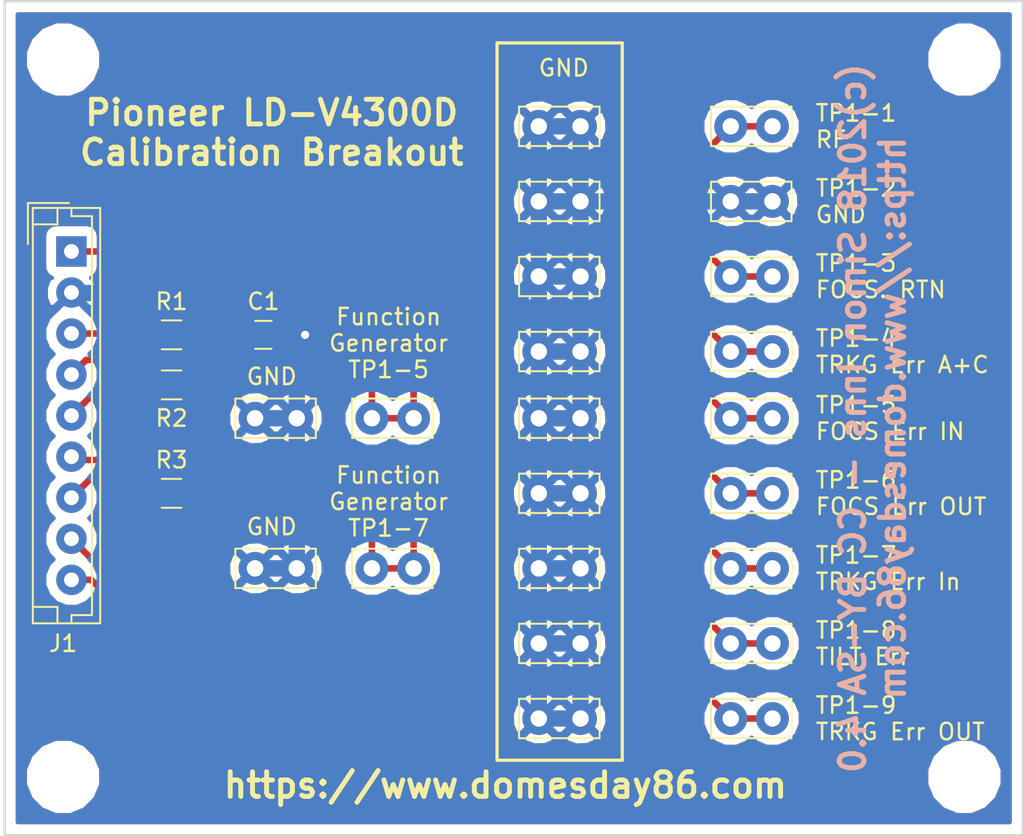
<source format=kicad_pcb>
(kicad_pcb (version 4) (host pcbnew 4.0.7)

  (general
    (links 49)
    (no_connects 0)
    (area 116.256999 76.632999 178.383001 127.583001)
    (thickness 1.6)
    (drawings 33)
    (tracks 101)
    (zones 0)
    (modules 31)
    (nets 13)
  )

  (page A4)
  (title_block
    (title "Pioneer LD-V4300D Service Adaptor")
    (date 2018-05-30)
    (rev 1_0)
    (company https://www.domesday86.com)
    (comment 1 "(c)2018 Simon Inns")
    (comment 2 "License: Attribution-ShareAlike International (CC BY-SA 4.0)")
  )

  (layers
    (0 F.Cu signal)
    (31 B.Cu signal hide)
    (32 B.Adhes user)
    (33 F.Adhes user)
    (34 B.Paste user)
    (35 F.Paste user)
    (36 B.SilkS user)
    (37 F.SilkS user)
    (38 B.Mask user)
    (39 F.Mask user)
    (40 Dwgs.User user hide)
    (41 Cmts.User user)
    (42 Eco1.User user)
    (43 Eco2.User user)
    (44 Edge.Cuts user)
    (45 Margin user)
    (46 B.CrtYd user)
    (47 F.CrtYd user)
    (48 B.Fab user)
    (49 F.Fab user)
  )

  (setup
    (last_trace_width 0.25)
    (user_trace_width 0.4)
    (user_trace_width 1)
    (trace_clearance 0.2)
    (zone_clearance 0.6)
    (zone_45_only no)
    (trace_min 0.2)
    (segment_width 0.2)
    (edge_width 0.15)
    (via_size 0.6)
    (via_drill 0.4)
    (via_min_size 0.4)
    (via_min_drill 0.3)
    (user_via 0.8 0.5)
    (uvia_size 0.3)
    (uvia_drill 0.1)
    (uvias_allowed no)
    (uvia_min_size 0.2)
    (uvia_min_drill 0.1)
    (pcb_text_width 0.3)
    (pcb_text_size 1.5 1.5)
    (mod_edge_width 0.15)
    (mod_text_size 1 1)
    (mod_text_width 0.15)
    (pad_size 1.524 1.524)
    (pad_drill 0.762)
    (pad_to_mask_clearance 0.2)
    (aux_axis_origin 0 0)
    (visible_elements 7FFFFFFF)
    (pcbplotparams
      (layerselection 0x010f0_80000001)
      (usegerberextensions false)
      (excludeedgelayer true)
      (linewidth 0.100000)
      (plotframeref false)
      (viasonmask false)
      (mode 1)
      (useauxorigin false)
      (hpglpennumber 1)
      (hpglpenspeed 20)
      (hpglpendiameter 15)
      (hpglpenoverlay 2)
      (psnegative false)
      (psa4output false)
      (plotreference true)
      (plotvalue true)
      (plotinvisibletext false)
      (padsonsilk false)
      (subtractmaskfromsilk false)
      (outputformat 1)
      (mirror false)
      (drillshape 0)
      (scaleselection 1)
      (outputdirectory Gerber/))
  )

  (net 0 "")
  (net 1 "Net-(C1-Pad1)")
  (net 2 "Net-(J1-Pad1)")
  (net 3 "Net-(J1-Pad3)")
  (net 4 "Net-(J1-Pad4)")
  (net 5 "Net-(J1-Pad5)")
  (net 6 "Net-(J1-Pad6)")
  (net 7 "Net-(J1-Pad7)")
  (net 8 "Net-(J1-Pad8)")
  (net 9 "Net-(J1-Pad9)")
  (net 10 "Net-(R2-Pad1)")
  (net 11 "Net-(R3-Pad1)")
  (net 12 GND)

  (net_class Default "This is the default net class."
    (clearance 0.2)
    (trace_width 0.25)
    (via_dia 0.6)
    (via_drill 0.4)
    (uvia_dia 0.3)
    (uvia_drill 0.1)
    (add_net GND)
    (add_net "Net-(C1-Pad1)")
    (add_net "Net-(J1-Pad1)")
    (add_net "Net-(J1-Pad3)")
    (add_net "Net-(J1-Pad4)")
    (add_net "Net-(J1-Pad5)")
    (add_net "Net-(J1-Pad6)")
    (add_net "Net-(J1-Pad7)")
    (add_net "Net-(J1-Pad8)")
    (add_net "Net-(J1-Pad9)")
    (add_net "Net-(R2-Pad1)")
    (add_net "Net-(R3-Pad1)")
  )

  (module Mounting_Holes:MountingHole_3.2mm_M3 (layer F.Cu) (tedit 5B06CD1A) (tstamp 5B064B42)
    (at 174.752 123.952)
    (descr "Mounting Hole 3.2mm, no annular, M3")
    (tags "mounting hole 3.2mm no annular m3")
    (path /5B0663FF)
    (attr virtual)
    (fp_text reference MK3 (at 0 -4.2) (layer F.SilkS) hide
      (effects (font (size 1 1) (thickness 0.15)))
    )
    (fp_text value Mounting_Hole (at -8.128 2.54) (layer F.Fab)
      (effects (font (size 1 1) (thickness 0.15)))
    )
    (fp_text user %R (at 0.3 0) (layer F.Fab)
      (effects (font (size 1 1) (thickness 0.15)))
    )
    (fp_circle (center 0 0) (end 3.2 0) (layer Cmts.User) (width 0.15))
    (fp_circle (center 0 0) (end 3.45 0) (layer F.CrtYd) (width 0.05))
    (pad 1 np_thru_hole circle (at 0 0) (size 3.2 3.2) (drill 3.2) (layers *.Cu *.Mask))
  )

  (module Capacitors_SMD:C_0805_HandSoldering (layer F.Cu) (tedit 5B06CD44) (tstamp 5B0642CA)
    (at 132.08 97.028)
    (descr "Capacitor SMD 0805, hand soldering")
    (tags "capacitor 0805")
    (path /5A7D3C44)
    (attr smd)
    (fp_text reference C1 (at 0 -2.032) (layer F.SilkS)
      (effects (font (size 1 1) (thickness 0.15)))
    )
    (fp_text value 1uF (at 0 1.75) (layer F.Fab)
      (effects (font (size 1 1) (thickness 0.15)))
    )
    (fp_text user %R (at 0 -1.75) (layer F.Fab)
      (effects (font (size 1 1) (thickness 0.15)))
    )
    (fp_line (start -1 0.62) (end -1 -0.62) (layer F.Fab) (width 0.1))
    (fp_line (start 1 0.62) (end -1 0.62) (layer F.Fab) (width 0.1))
    (fp_line (start 1 -0.62) (end 1 0.62) (layer F.Fab) (width 0.1))
    (fp_line (start -1 -0.62) (end 1 -0.62) (layer F.Fab) (width 0.1))
    (fp_line (start 0.5 -0.85) (end -0.5 -0.85) (layer F.SilkS) (width 0.12))
    (fp_line (start -0.5 0.85) (end 0.5 0.85) (layer F.SilkS) (width 0.12))
    (fp_line (start -2.25 -0.88) (end 2.25 -0.88) (layer F.CrtYd) (width 0.05))
    (fp_line (start -2.25 -0.88) (end -2.25 0.87) (layer F.CrtYd) (width 0.05))
    (fp_line (start 2.25 0.87) (end 2.25 -0.88) (layer F.CrtYd) (width 0.05))
    (fp_line (start 2.25 0.87) (end -2.25 0.87) (layer F.CrtYd) (width 0.05))
    (pad 1 smd rect (at -1.25 0) (size 1.5 1.25) (layers F.Cu F.Paste F.Mask)
      (net 1 "Net-(C1-Pad1)"))
    (pad 2 smd rect (at 1.25 0) (size 1.5 1.25) (layers F.Cu F.Paste F.Mask)
      (net 12 GND))
    (model Capacitors_SMD.3dshapes/C_0805.wrl
      (at (xyz 0 0 0))
      (scale (xyz 1 1 1))
      (rotate (xyz 0 0 0))
    )
  )

  (module Connectors_JST:JST_EH_B09B-EH-A_09x2.50mm_Straight (layer F.Cu) (tedit 5B06C839) (tstamp 5B0642D7)
    (at 120.396 91.948 270)
    (descr "JST EH series connector, B09B-EH-A, 2.50mm pitch, top entry")
    (tags "connector jst eh top vertical straight")
    (path /5A7D39A1)
    (fp_text reference J1 (at 23.876 0.508 360) (layer F.SilkS)
      (effects (font (size 1 1) (thickness 0.15)))
    )
    (fp_text value Conn_01x09_Male (at 10 3.5 270) (layer F.Fab)
      (effects (font (size 1 1) (thickness 0.15)))
    )
    (fp_text user %R (at 10 -3 270) (layer F.Fab)
      (effects (font (size 1 1) (thickness 0.15)))
    )
    (fp_line (start -2.5 -1.6) (end -2.5 2.2) (layer F.Fab) (width 0.1))
    (fp_line (start -2.5 2.2) (end 22.5 2.2) (layer F.Fab) (width 0.1))
    (fp_line (start 22.5 2.2) (end 22.5 -1.6) (layer F.Fab) (width 0.1))
    (fp_line (start 22.5 -1.6) (end -2.5 -1.6) (layer F.Fab) (width 0.1))
    (fp_line (start -2.65 -1.75) (end -2.65 2.35) (layer F.SilkS) (width 0.12))
    (fp_line (start -2.65 2.35) (end 22.65 2.35) (layer F.SilkS) (width 0.12))
    (fp_line (start 22.65 2.35) (end 22.65 -1.75) (layer F.SilkS) (width 0.12))
    (fp_line (start 22.65 -1.75) (end -2.65 -1.75) (layer F.SilkS) (width 0.12))
    (fp_line (start -2.65 0) (end -2.15 0) (layer F.SilkS) (width 0.12))
    (fp_line (start -2.15 0) (end -2.15 -1.25) (layer F.SilkS) (width 0.12))
    (fp_line (start -2.15 -1.25) (end 22.15 -1.25) (layer F.SilkS) (width 0.12))
    (fp_line (start 22.15 -1.25) (end 22.15 0) (layer F.SilkS) (width 0.12))
    (fp_line (start 22.15 0) (end 22.65 0) (layer F.SilkS) (width 0.12))
    (fp_line (start -2.65 0.85) (end -1.65 0.85) (layer F.SilkS) (width 0.12))
    (fp_line (start -1.65 0.85) (end -1.65 2.35) (layer F.SilkS) (width 0.12))
    (fp_line (start 22.65 0.85) (end 21.65 0.85) (layer F.SilkS) (width 0.12))
    (fp_line (start 21.65 0.85) (end 21.65 2.35) (layer F.SilkS) (width 0.12))
    (fp_line (start -2.95 0.15) (end -2.95 2.65) (layer F.SilkS) (width 0.12))
    (fp_line (start -2.95 2.65) (end -0.45 2.65) (layer F.SilkS) (width 0.12))
    (fp_line (start -2.95 0.15) (end -2.95 2.65) (layer F.Fab) (width 0.1))
    (fp_line (start -2.95 2.65) (end -0.45 2.65) (layer F.Fab) (width 0.1))
    (fp_line (start -3.15 -2.25) (end -3.15 2.85) (layer F.CrtYd) (width 0.05))
    (fp_line (start -3.15 2.85) (end 23.15 2.85) (layer F.CrtYd) (width 0.05))
    (fp_line (start 23.15 2.85) (end 23.15 -2.25) (layer F.CrtYd) (width 0.05))
    (fp_line (start 23.15 -2.25) (end -3.15 -2.25) (layer F.CrtYd) (width 0.05))
    (pad 1 thru_hole rect (at 0 0 270) (size 1.85 1.85) (drill 0.9) (layers *.Cu *.Mask)
      (net 2 "Net-(J1-Pad1)"))
    (pad 2 thru_hole circle (at 2.5 0 270) (size 1.85 1.85) (drill 0.9) (layers *.Cu *.Mask)
      (net 12 GND))
    (pad 3 thru_hole circle (at 5 0 270) (size 1.85 1.85) (drill 0.9) (layers *.Cu *.Mask)
      (net 3 "Net-(J1-Pad3)"))
    (pad 4 thru_hole circle (at 7.5 0 270) (size 1.85 1.85) (drill 0.9) (layers *.Cu *.Mask)
      (net 4 "Net-(J1-Pad4)"))
    (pad 5 thru_hole circle (at 10 0 270) (size 1.85 1.85) (drill 0.9) (layers *.Cu *.Mask)
      (net 5 "Net-(J1-Pad5)"))
    (pad 6 thru_hole circle (at 12.5 0 270) (size 1.85 1.85) (drill 0.9) (layers *.Cu *.Mask)
      (net 6 "Net-(J1-Pad6)"))
    (pad 7 thru_hole circle (at 15 0 270) (size 1.85 1.85) (drill 0.9) (layers *.Cu *.Mask)
      (net 7 "Net-(J1-Pad7)"))
    (pad 8 thru_hole circle (at 17.5 0 270) (size 1.85 1.85) (drill 0.9) (layers *.Cu *.Mask)
      (net 8 "Net-(J1-Pad8)"))
    (pad 9 thru_hole circle (at 20 0 270) (size 1.85 1.85) (drill 0.9) (layers *.Cu *.Mask)
      (net 9 "Net-(J1-Pad9)"))
    (model Connectors_JST.3dshapes/JST_EH_B09B-EH-A_09x2.50mm_Straight.wrl
      (at (xyz 0 0 0))
      (scale (xyz 1 1 1))
      (rotate (xyz 0 0 0))
    )
  )

  (module Resistors_SMD:R_0805_HandSoldering (layer F.Cu) (tedit 5B06CD47) (tstamp 5B0642DD)
    (at 126.492 97.028 180)
    (descr "Resistor SMD 0805, hand soldering")
    (tags "resistor 0805")
    (path /5A7D3B9F)
    (attr smd)
    (fp_text reference R1 (at 0 2.032 180) (layer F.SilkS)
      (effects (font (size 1 1) (thickness 0.15)))
    )
    (fp_text value 100K (at 0 1.75 180) (layer F.Fab)
      (effects (font (size 1 1) (thickness 0.15)))
    )
    (fp_text user %R (at 0 0 180) (layer F.Fab)
      (effects (font (size 0.5 0.5) (thickness 0.075)))
    )
    (fp_line (start -1 0.62) (end -1 -0.62) (layer F.Fab) (width 0.1))
    (fp_line (start 1 0.62) (end -1 0.62) (layer F.Fab) (width 0.1))
    (fp_line (start 1 -0.62) (end 1 0.62) (layer F.Fab) (width 0.1))
    (fp_line (start -1 -0.62) (end 1 -0.62) (layer F.Fab) (width 0.1))
    (fp_line (start 0.6 0.88) (end -0.6 0.88) (layer F.SilkS) (width 0.12))
    (fp_line (start -0.6 -0.88) (end 0.6 -0.88) (layer F.SilkS) (width 0.12))
    (fp_line (start -2.35 -0.9) (end 2.35 -0.9) (layer F.CrtYd) (width 0.05))
    (fp_line (start -2.35 -0.9) (end -2.35 0.9) (layer F.CrtYd) (width 0.05))
    (fp_line (start 2.35 0.9) (end 2.35 -0.9) (layer F.CrtYd) (width 0.05))
    (fp_line (start 2.35 0.9) (end -2.35 0.9) (layer F.CrtYd) (width 0.05))
    (pad 1 smd rect (at -1.35 0 180) (size 1.5 1.3) (layers F.Cu F.Paste F.Mask)
      (net 1 "Net-(C1-Pad1)"))
    (pad 2 smd rect (at 1.35 0 180) (size 1.5 1.3) (layers F.Cu F.Paste F.Mask)
      (net 3 "Net-(J1-Pad3)"))
    (model ${KISYS3DMOD}/Resistors_SMD.3dshapes/R_0805.wrl
      (at (xyz 0 0 0))
      (scale (xyz 1 1 1))
      (rotate (xyz 0 0 0))
    )
  )

  (module Resistors_SMD:R_0805_HandSoldering (layer F.Cu) (tedit 5B06D2E0) (tstamp 5B0642E3)
    (at 126.492 100.076 180)
    (descr "Resistor SMD 0805, hand soldering")
    (tags "resistor 0805")
    (path /5A7D4064)
    (attr smd)
    (fp_text reference R2 (at 0 -2.032 180) (layer F.SilkS)
      (effects (font (size 1 1) (thickness 0.15)))
    )
    (fp_text value 100K (at 0 1.75 180) (layer F.Fab)
      (effects (font (size 1 1) (thickness 0.15)))
    )
    (fp_text user %R (at 0 0 180) (layer F.Fab)
      (effects (font (size 0.5 0.5) (thickness 0.075)))
    )
    (fp_line (start -1 0.62) (end -1 -0.62) (layer F.Fab) (width 0.1))
    (fp_line (start 1 0.62) (end -1 0.62) (layer F.Fab) (width 0.1))
    (fp_line (start 1 -0.62) (end 1 0.62) (layer F.Fab) (width 0.1))
    (fp_line (start -1 -0.62) (end 1 -0.62) (layer F.Fab) (width 0.1))
    (fp_line (start 0.6 0.88) (end -0.6 0.88) (layer F.SilkS) (width 0.12))
    (fp_line (start -0.6 -0.88) (end 0.6 -0.88) (layer F.SilkS) (width 0.12))
    (fp_line (start -2.35 -0.9) (end 2.35 -0.9) (layer F.CrtYd) (width 0.05))
    (fp_line (start -2.35 -0.9) (end -2.35 0.9) (layer F.CrtYd) (width 0.05))
    (fp_line (start 2.35 0.9) (end 2.35 -0.9) (layer F.CrtYd) (width 0.05))
    (fp_line (start 2.35 0.9) (end -2.35 0.9) (layer F.CrtYd) (width 0.05))
    (pad 1 smd rect (at -1.35 0 180) (size 1.5 1.3) (layers F.Cu F.Paste F.Mask)
      (net 10 "Net-(R2-Pad1)"))
    (pad 2 smd rect (at 1.35 0 180) (size 1.5 1.3) (layers F.Cu F.Paste F.Mask)
      (net 5 "Net-(J1-Pad5)"))
    (model ${KISYS3DMOD}/Resistors_SMD.3dshapes/R_0805.wrl
      (at (xyz 0 0 0))
      (scale (xyz 1 1 1))
      (rotate (xyz 0 0 0))
    )
  )

  (module Resistors_SMD:R_0805_HandSoldering (layer F.Cu) (tedit 5B06CD4C) (tstamp 5B0642E9)
    (at 126.492 106.68 180)
    (descr "Resistor SMD 0805, hand soldering")
    (tags "resistor 0805")
    (path /5A7D43A6)
    (attr smd)
    (fp_text reference R3 (at 0 2.032 180) (layer F.SilkS)
      (effects (font (size 1 1) (thickness 0.15)))
    )
    (fp_text value 100K (at 0 1.75 180) (layer F.Fab)
      (effects (font (size 1 1) (thickness 0.15)))
    )
    (fp_text user %R (at 0 0 180) (layer F.Fab)
      (effects (font (size 0.5 0.5) (thickness 0.075)))
    )
    (fp_line (start -1 0.62) (end -1 -0.62) (layer F.Fab) (width 0.1))
    (fp_line (start 1 0.62) (end -1 0.62) (layer F.Fab) (width 0.1))
    (fp_line (start 1 -0.62) (end 1 0.62) (layer F.Fab) (width 0.1))
    (fp_line (start -1 -0.62) (end 1 -0.62) (layer F.Fab) (width 0.1))
    (fp_line (start 0.6 0.88) (end -0.6 0.88) (layer F.SilkS) (width 0.12))
    (fp_line (start -0.6 -0.88) (end 0.6 -0.88) (layer F.SilkS) (width 0.12))
    (fp_line (start -2.35 -0.9) (end 2.35 -0.9) (layer F.CrtYd) (width 0.05))
    (fp_line (start -2.35 -0.9) (end -2.35 0.9) (layer F.CrtYd) (width 0.05))
    (fp_line (start 2.35 0.9) (end 2.35 -0.9) (layer F.CrtYd) (width 0.05))
    (fp_line (start 2.35 0.9) (end -2.35 0.9) (layer F.CrtYd) (width 0.05))
    (pad 1 smd rect (at -1.35 0 180) (size 1.5 1.3) (layers F.Cu F.Paste F.Mask)
      (net 11 "Net-(R3-Pad1)"))
    (pad 2 smd rect (at 1.35 0 180) (size 1.5 1.3) (layers F.Cu F.Paste F.Mask)
      (net 7 "Net-(J1-Pad7)"))
    (model ${KISYS3DMOD}/Resistors_SMD.3dshapes/R_0805.wrl
      (at (xyz 0 0 0))
      (scale (xyz 1 1 1))
      (rotate (xyz 0 0 0))
    )
  )

  (module Connectors_TestPoints:Test_Point_Bridge_Pitch2.54mm_Drill1.0mm (layer F.Cu) (tedit 5B06C7E1) (tstamp 5B0642EF)
    (at 160.528 88.9)
    (descr "wire loop as test point, pitch 2.54mm, hole diameter 1.0mm, wire diameter 0.8mm")
    (tags "test point wire loop")
    (path /5A7D3B67)
    (fp_text reference TP1 (at 1.1 2.1) (layer F.SilkS) hide
      (effects (font (size 1 1) (thickness 0.15)))
    )
    (fp_text value "TP1-2 GND" (at 1 -1.7) (layer F.Fab)
      (effects (font (size 1 1) (thickness 0.15)))
    )
    (fp_text user %R (at 1.1 2.1) (layer F.Fab)
      (effects (font (size 1 1) (thickness 0.15)))
    )
    (fp_line (start -1.2 -1.2) (end -1.2 1.2) (layer F.SilkS) (width 0.12))
    (fp_line (start -1.2 1.2) (end 3.7 1.2) (layer F.SilkS) (width 0.12))
    (fp_line (start 3.7 1.2) (end 3.7 -1.2) (layer F.SilkS) (width 0.12))
    (fp_line (start 3.7 -1.2) (end -1.2 -1.2) (layer F.SilkS) (width 0.12))
    (fp_line (start 2.54 0) (end 0 0) (layer F.Fab) (width 0.12))
    (fp_line (start -1.5 -1.5) (end 4.04 -1.5) (layer F.CrtYd) (width 0.05))
    (fp_line (start -1.5 -1.5) (end -1.5 1.5) (layer F.CrtYd) (width 0.05))
    (fp_line (start 4.04 1.5) (end 4.04 -1.5) (layer F.CrtYd) (width 0.05))
    (fp_line (start 4.04 1.5) (end -1.5 1.5) (layer F.CrtYd) (width 0.05))
    (pad 1 thru_hole circle (at 0 0) (size 2 2) (drill 1) (layers *.Cu *.Mask)
      (net 12 GND))
    (pad 1 thru_hole circle (at 2.54 0) (size 2 2) (drill 1) (layers *.Cu *.Mask)
      (net 12 GND))
    (model ${KISYS3DMOD}/Connectors_TestPoints.3dshapes/Test_Point_Bridge_Pitch2.54mm_Drill1.0mm.wrl
      (at (xyz 0 0 0))
      (scale (xyz 1 1 1))
      (rotate (xyz 0 0 0))
    )
  )

  (module Connectors_TestPoints:Test_Point_Bridge_Pitch2.54mm_Drill1.0mm (layer F.Cu) (tedit 5B06C7DC) (tstamp 5B0642F5)
    (at 160.528 84.328)
    (descr "wire loop as test point, pitch 2.54mm, hole diameter 1.0mm, wire diameter 0.8mm")
    (tags "test point wire loop")
    (path /5A7D3E93)
    (fp_text reference TP2 (at 1.1 2.1) (layer F.SilkS) hide
      (effects (font (size 1 1) (thickness 0.15)))
    )
    (fp_text value "TP1-1 RF" (at 1 -1.7) (layer F.Fab)
      (effects (font (size 1 1) (thickness 0.15)))
    )
    (fp_text user %R (at 1.1 2.1) (layer F.Fab)
      (effects (font (size 1 1) (thickness 0.15)))
    )
    (fp_line (start -1.2 -1.2) (end -1.2 1.2) (layer F.SilkS) (width 0.12))
    (fp_line (start -1.2 1.2) (end 3.7 1.2) (layer F.SilkS) (width 0.12))
    (fp_line (start 3.7 1.2) (end 3.7 -1.2) (layer F.SilkS) (width 0.12))
    (fp_line (start 3.7 -1.2) (end -1.2 -1.2) (layer F.SilkS) (width 0.12))
    (fp_line (start 2.54 0) (end 0 0) (layer F.Fab) (width 0.12))
    (fp_line (start -1.5 -1.5) (end 4.04 -1.5) (layer F.CrtYd) (width 0.05))
    (fp_line (start -1.5 -1.5) (end -1.5 1.5) (layer F.CrtYd) (width 0.05))
    (fp_line (start 4.04 1.5) (end 4.04 -1.5) (layer F.CrtYd) (width 0.05))
    (fp_line (start 4.04 1.5) (end -1.5 1.5) (layer F.CrtYd) (width 0.05))
    (pad 1 thru_hole circle (at 0 0) (size 2 2) (drill 1) (layers *.Cu *.Mask)
      (net 2 "Net-(J1-Pad1)"))
    (pad 1 thru_hole circle (at 2.54 0) (size 2 2) (drill 1) (layers *.Cu *.Mask)
      (net 2 "Net-(J1-Pad1)"))
    (model ${KISYS3DMOD}/Connectors_TestPoints.3dshapes/Test_Point_Bridge_Pitch2.54mm_Drill1.0mm.wrl
      (at (xyz 0 0 0))
      (scale (xyz 1 1 1))
      (rotate (xyz 0 0 0))
    )
  )

  (module Connectors_TestPoints:Test_Point_Bridge_Pitch2.54mm_Drill1.0mm (layer F.Cu) (tedit 5B06C7E6) (tstamp 5B0642FB)
    (at 160.528 93.472)
    (descr "wire loop as test point, pitch 2.54mm, hole diameter 1.0mm, wire diameter 0.8mm")
    (tags "test point wire loop")
    (path /5A7D3CF2)
    (fp_text reference TP3 (at 1.1 2.1) (layer F.SilkS) hide
      (effects (font (size 1 1) (thickness 0.15)))
    )
    (fp_text value "TP1-3 FOCS. RTN" (at 1 -1.7) (layer F.Fab)
      (effects (font (size 1 1) (thickness 0.15)))
    )
    (fp_text user %R (at 1.1 2.1) (layer F.Fab)
      (effects (font (size 1 1) (thickness 0.15)))
    )
    (fp_line (start -1.2 -1.2) (end -1.2 1.2) (layer F.SilkS) (width 0.12))
    (fp_line (start -1.2 1.2) (end 3.7 1.2) (layer F.SilkS) (width 0.12))
    (fp_line (start 3.7 1.2) (end 3.7 -1.2) (layer F.SilkS) (width 0.12))
    (fp_line (start 3.7 -1.2) (end -1.2 -1.2) (layer F.SilkS) (width 0.12))
    (fp_line (start 2.54 0) (end 0 0) (layer F.Fab) (width 0.12))
    (fp_line (start -1.5 -1.5) (end 4.04 -1.5) (layer F.CrtYd) (width 0.05))
    (fp_line (start -1.5 -1.5) (end -1.5 1.5) (layer F.CrtYd) (width 0.05))
    (fp_line (start 4.04 1.5) (end 4.04 -1.5) (layer F.CrtYd) (width 0.05))
    (fp_line (start 4.04 1.5) (end -1.5 1.5) (layer F.CrtYd) (width 0.05))
    (pad 1 thru_hole circle (at 0 0) (size 2 2) (drill 1) (layers *.Cu *.Mask)
      (net 1 "Net-(C1-Pad1)"))
    (pad 1 thru_hole circle (at 2.54 0) (size 2 2) (drill 1) (layers *.Cu *.Mask)
      (net 1 "Net-(C1-Pad1)"))
    (model ${KISYS3DMOD}/Connectors_TestPoints.3dshapes/Test_Point_Bridge_Pitch2.54mm_Drill1.0mm.wrl
      (at (xyz 0 0 0))
      (scale (xyz 1 1 1))
      (rotate (xyz 0 0 0))
    )
  )

  (module Connectors_TestPoints:Test_Point_Bridge_Pitch2.54mm_Drill1.0mm (layer F.Cu) (tedit 5B06C7EB) (tstamp 5B064301)
    (at 160.528 98.044)
    (descr "wire loop as test point, pitch 2.54mm, hole diameter 1.0mm, wire diameter 0.8mm")
    (tags "test point wire loop")
    (path /5A7D3D77)
    (fp_text reference TP4 (at 1.1 2.1) (layer F.SilkS) hide
      (effects (font (size 1 1) (thickness 0.15)))
    )
    (fp_text value "TP1-4 TRKG Err A+C" (at 1 -1.7) (layer F.Fab)
      (effects (font (size 1 1) (thickness 0.15)))
    )
    (fp_text user %R (at 1.1 2.1) (layer F.Fab)
      (effects (font (size 1 1) (thickness 0.15)))
    )
    (fp_line (start -1.2 -1.2) (end -1.2 1.2) (layer F.SilkS) (width 0.12))
    (fp_line (start -1.2 1.2) (end 3.7 1.2) (layer F.SilkS) (width 0.12))
    (fp_line (start 3.7 1.2) (end 3.7 -1.2) (layer F.SilkS) (width 0.12))
    (fp_line (start 3.7 -1.2) (end -1.2 -1.2) (layer F.SilkS) (width 0.12))
    (fp_line (start 2.54 0) (end 0 0) (layer F.Fab) (width 0.12))
    (fp_line (start -1.5 -1.5) (end 4.04 -1.5) (layer F.CrtYd) (width 0.05))
    (fp_line (start -1.5 -1.5) (end -1.5 1.5) (layer F.CrtYd) (width 0.05))
    (fp_line (start 4.04 1.5) (end 4.04 -1.5) (layer F.CrtYd) (width 0.05))
    (fp_line (start 4.04 1.5) (end -1.5 1.5) (layer F.CrtYd) (width 0.05))
    (pad 1 thru_hole circle (at 0 0) (size 2 2) (drill 1) (layers *.Cu *.Mask)
      (net 4 "Net-(J1-Pad4)"))
    (pad 1 thru_hole circle (at 2.54 0) (size 2 2) (drill 1) (layers *.Cu *.Mask)
      (net 4 "Net-(J1-Pad4)"))
    (model ${KISYS3DMOD}/Connectors_TestPoints.3dshapes/Test_Point_Bridge_Pitch2.54mm_Drill1.0mm.wrl
      (at (xyz 0 0 0))
      (scale (xyz 1 1 1))
      (rotate (xyz 0 0 0))
    )
  )

  (module Connectors_TestPoints:Test_Point_Bridge_Pitch2.54mm_Drill1.0mm (layer F.Cu) (tedit 5B06C7EF) (tstamp 5B064307)
    (at 160.528 102.108)
    (descr "wire loop as test point, pitch 2.54mm, hole diameter 1.0mm, wire diameter 0.8mm")
    (tags "test point wire loop")
    (path /5A7D4101)
    (fp_text reference TP5 (at 1.1 2.1) (layer F.SilkS) hide
      (effects (font (size 1 1) (thickness 0.15)))
    )
    (fp_text value "TP1-5 FOCS Err IN" (at 1 -1.7) (layer F.Fab)
      (effects (font (size 1 1) (thickness 0.15)))
    )
    (fp_text user %R (at 1.1 2.1) (layer F.Fab)
      (effects (font (size 1 1) (thickness 0.15)))
    )
    (fp_line (start -1.2 -1.2) (end -1.2 1.2) (layer F.SilkS) (width 0.12))
    (fp_line (start -1.2 1.2) (end 3.7 1.2) (layer F.SilkS) (width 0.12))
    (fp_line (start 3.7 1.2) (end 3.7 -1.2) (layer F.SilkS) (width 0.12))
    (fp_line (start 3.7 -1.2) (end -1.2 -1.2) (layer F.SilkS) (width 0.12))
    (fp_line (start 2.54 0) (end 0 0) (layer F.Fab) (width 0.12))
    (fp_line (start -1.5 -1.5) (end 4.04 -1.5) (layer F.CrtYd) (width 0.05))
    (fp_line (start -1.5 -1.5) (end -1.5 1.5) (layer F.CrtYd) (width 0.05))
    (fp_line (start 4.04 1.5) (end 4.04 -1.5) (layer F.CrtYd) (width 0.05))
    (fp_line (start 4.04 1.5) (end -1.5 1.5) (layer F.CrtYd) (width 0.05))
    (pad 1 thru_hole circle (at 0 0) (size 2 2) (drill 1) (layers *.Cu *.Mask)
      (net 10 "Net-(R2-Pad1)"))
    (pad 1 thru_hole circle (at 2.54 0) (size 2 2) (drill 1) (layers *.Cu *.Mask)
      (net 10 "Net-(R2-Pad1)"))
    (model ${KISYS3DMOD}/Connectors_TestPoints.3dshapes/Test_Point_Bridge_Pitch2.54mm_Drill1.0mm.wrl
      (at (xyz 0 0 0))
      (scale (xyz 1 1 1))
      (rotate (xyz 0 0 0))
    )
  )

  (module Connectors_TestPoints:Test_Point_Bridge_Pitch2.54mm_Drill1.0mm (layer F.Cu) (tedit 5B06C820) (tstamp 5B06430D)
    (at 138.684 102.108)
    (descr "wire loop as test point, pitch 2.54mm, hole diameter 1.0mm, wire diameter 0.8mm")
    (tags "test point wire loop")
    (path /5A7D416C)
    (fp_text reference TP6 (at 1.1 2.1) (layer F.SilkS) hide
      (effects (font (size 1 1) (thickness 0.15)))
    )
    (fp_text value "TP1-5 FG_in" (at 1 -1.7) (layer F.Fab)
      (effects (font (size 1 1) (thickness 0.15)))
    )
    (fp_text user %R (at 1.1 2.1) (layer F.Fab)
      (effects (font (size 1 1) (thickness 0.15)))
    )
    (fp_line (start -1.2 -1.2) (end -1.2 1.2) (layer F.SilkS) (width 0.12))
    (fp_line (start -1.2 1.2) (end 3.7 1.2) (layer F.SilkS) (width 0.12))
    (fp_line (start 3.7 1.2) (end 3.7 -1.2) (layer F.SilkS) (width 0.12))
    (fp_line (start 3.7 -1.2) (end -1.2 -1.2) (layer F.SilkS) (width 0.12))
    (fp_line (start 2.54 0) (end 0 0) (layer F.Fab) (width 0.12))
    (fp_line (start -1.5 -1.5) (end 4.04 -1.5) (layer F.CrtYd) (width 0.05))
    (fp_line (start -1.5 -1.5) (end -1.5 1.5) (layer F.CrtYd) (width 0.05))
    (fp_line (start 4.04 1.5) (end 4.04 -1.5) (layer F.CrtYd) (width 0.05))
    (fp_line (start 4.04 1.5) (end -1.5 1.5) (layer F.CrtYd) (width 0.05))
    (pad 1 thru_hole circle (at 0 0) (size 2 2) (drill 1) (layers *.Cu *.Mask)
      (net 10 "Net-(R2-Pad1)"))
    (pad 1 thru_hole circle (at 2.54 0) (size 2 2) (drill 1) (layers *.Cu *.Mask)
      (net 10 "Net-(R2-Pad1)"))
    (model ${KISYS3DMOD}/Connectors_TestPoints.3dshapes/Test_Point_Bridge_Pitch2.54mm_Drill1.0mm.wrl
      (at (xyz 0 0 0))
      (scale (xyz 1 1 1))
      (rotate (xyz 0 0 0))
    )
  )

  (module Connectors_TestPoints:Test_Point_Bridge_Pitch2.54mm_Drill1.0mm (layer F.Cu) (tedit 5B06C7F7) (tstamp 5B064319)
    (at 160.528 106.68)
    (descr "wire loop as test point, pitch 2.54mm, hole diameter 1.0mm, wire diameter 0.8mm")
    (tags "test point wire loop")
    (path /5A7D428D)
    (fp_text reference TP8 (at 1.1 2.1) (layer F.SilkS) hide
      (effects (font (size 1 1) (thickness 0.15)))
    )
    (fp_text value "TP1-6 FOC Err OUT" (at 1 -1.7) (layer F.Fab)
      (effects (font (size 1 1) (thickness 0.15)))
    )
    (fp_text user %R (at 1.1 2.1) (layer F.Fab)
      (effects (font (size 1 1) (thickness 0.15)))
    )
    (fp_line (start -1.2 -1.2) (end -1.2 1.2) (layer F.SilkS) (width 0.12))
    (fp_line (start -1.2 1.2) (end 3.7 1.2) (layer F.SilkS) (width 0.12))
    (fp_line (start 3.7 1.2) (end 3.7 -1.2) (layer F.SilkS) (width 0.12))
    (fp_line (start 3.7 -1.2) (end -1.2 -1.2) (layer F.SilkS) (width 0.12))
    (fp_line (start 2.54 0) (end 0 0) (layer F.Fab) (width 0.12))
    (fp_line (start -1.5 -1.5) (end 4.04 -1.5) (layer F.CrtYd) (width 0.05))
    (fp_line (start -1.5 -1.5) (end -1.5 1.5) (layer F.CrtYd) (width 0.05))
    (fp_line (start 4.04 1.5) (end 4.04 -1.5) (layer F.CrtYd) (width 0.05))
    (fp_line (start 4.04 1.5) (end -1.5 1.5) (layer F.CrtYd) (width 0.05))
    (pad 1 thru_hole circle (at 0 0) (size 2 2) (drill 1) (layers *.Cu *.Mask)
      (net 6 "Net-(J1-Pad6)"))
    (pad 1 thru_hole circle (at 2.54 0) (size 2 2) (drill 1) (layers *.Cu *.Mask)
      (net 6 "Net-(J1-Pad6)"))
    (model ${KISYS3DMOD}/Connectors_TestPoints.3dshapes/Test_Point_Bridge_Pitch2.54mm_Drill1.0mm.wrl
      (at (xyz 0 0 0))
      (scale (xyz 1 1 1))
      (rotate (xyz 0 0 0))
    )
  )

  (module Connectors_TestPoints:Test_Point_Bridge_Pitch2.54mm_Drill1.0mm (layer F.Cu) (tedit 5B06C7FF) (tstamp 5B06431F)
    (at 160.528 111.252)
    (descr "wire loop as test point, pitch 2.54mm, hole diameter 1.0mm, wire diameter 0.8mm")
    (tags "test point wire loop")
    (path /5A7D44CC)
    (fp_text reference TP9 (at 1.1 2.1) (layer F.SilkS) hide
      (effects (font (size 1 1) (thickness 0.15)))
    )
    (fp_text value "TP1-7 TRKG Err In" (at 1 -1.7) (layer F.Fab)
      (effects (font (size 1 1) (thickness 0.15)))
    )
    (fp_text user %R (at 1.1 2.1) (layer F.Fab)
      (effects (font (size 1 1) (thickness 0.15)))
    )
    (fp_line (start -1.2 -1.2) (end -1.2 1.2) (layer F.SilkS) (width 0.12))
    (fp_line (start -1.2 1.2) (end 3.7 1.2) (layer F.SilkS) (width 0.12))
    (fp_line (start 3.7 1.2) (end 3.7 -1.2) (layer F.SilkS) (width 0.12))
    (fp_line (start 3.7 -1.2) (end -1.2 -1.2) (layer F.SilkS) (width 0.12))
    (fp_line (start 2.54 0) (end 0 0) (layer F.Fab) (width 0.12))
    (fp_line (start -1.5 -1.5) (end 4.04 -1.5) (layer F.CrtYd) (width 0.05))
    (fp_line (start -1.5 -1.5) (end -1.5 1.5) (layer F.CrtYd) (width 0.05))
    (fp_line (start 4.04 1.5) (end 4.04 -1.5) (layer F.CrtYd) (width 0.05))
    (fp_line (start 4.04 1.5) (end -1.5 1.5) (layer F.CrtYd) (width 0.05))
    (pad 1 thru_hole circle (at 0 0) (size 2 2) (drill 1) (layers *.Cu *.Mask)
      (net 11 "Net-(R3-Pad1)"))
    (pad 1 thru_hole circle (at 2.54 0) (size 2 2) (drill 1) (layers *.Cu *.Mask)
      (net 11 "Net-(R3-Pad1)"))
    (model ${KISYS3DMOD}/Connectors_TestPoints.3dshapes/Test_Point_Bridge_Pitch2.54mm_Drill1.0mm.wrl
      (at (xyz 0 0 0))
      (scale (xyz 1 1 1))
      (rotate (xyz 0 0 0))
    )
  )

  (module Connectors_TestPoints:Test_Point_Bridge_Pitch2.54mm_Drill1.0mm (layer F.Cu) (tedit 5B06C82F) (tstamp 5B064325)
    (at 138.684 111.252)
    (descr "wire loop as test point, pitch 2.54mm, hole diameter 1.0mm, wire diameter 0.8mm")
    (tags "test point wire loop")
    (path /5A7D458A)
    (fp_text reference TP10 (at 1.1 2.1) (layer F.SilkS) hide
      (effects (font (size 1 1) (thickness 0.15)))
    )
    (fp_text value "TP1-7 FG_in" (at 1 -1.7) (layer F.Fab)
      (effects (font (size 1 1) (thickness 0.15)))
    )
    (fp_text user %R (at 1.1 2.1) (layer F.Fab)
      (effects (font (size 1 1) (thickness 0.15)))
    )
    (fp_line (start -1.2 -1.2) (end -1.2 1.2) (layer F.SilkS) (width 0.12))
    (fp_line (start -1.2 1.2) (end 3.7 1.2) (layer F.SilkS) (width 0.12))
    (fp_line (start 3.7 1.2) (end 3.7 -1.2) (layer F.SilkS) (width 0.12))
    (fp_line (start 3.7 -1.2) (end -1.2 -1.2) (layer F.SilkS) (width 0.12))
    (fp_line (start 2.54 0) (end 0 0) (layer F.Fab) (width 0.12))
    (fp_line (start -1.5 -1.5) (end 4.04 -1.5) (layer F.CrtYd) (width 0.05))
    (fp_line (start -1.5 -1.5) (end -1.5 1.5) (layer F.CrtYd) (width 0.05))
    (fp_line (start 4.04 1.5) (end 4.04 -1.5) (layer F.CrtYd) (width 0.05))
    (fp_line (start 4.04 1.5) (end -1.5 1.5) (layer F.CrtYd) (width 0.05))
    (pad 1 thru_hole circle (at 0 0) (size 2 2) (drill 1) (layers *.Cu *.Mask)
      (net 11 "Net-(R3-Pad1)"))
    (pad 1 thru_hole circle (at 2.54 0) (size 2 2) (drill 1) (layers *.Cu *.Mask)
      (net 11 "Net-(R3-Pad1)"))
    (model ${KISYS3DMOD}/Connectors_TestPoints.3dshapes/Test_Point_Bridge_Pitch2.54mm_Drill1.0mm.wrl
      (at (xyz 0 0 0))
      (scale (xyz 1 1 1))
      (rotate (xyz 0 0 0))
    )
  )

  (module Connectors_TestPoints:Test_Point_Bridge_Pitch2.54mm_Drill1.0mm (layer F.Cu) (tedit 5B06C804) (tstamp 5B06432B)
    (at 160.528 115.824)
    (descr "wire loop as test point, pitch 2.54mm, hole diameter 1.0mm, wire diameter 0.8mm")
    (tags "test point wire loop")
    (path /5A7D3DCA)
    (fp_text reference TP11 (at 1.1 2.1) (layer F.SilkS) hide
      (effects (font (size 1 1) (thickness 0.15)))
    )
    (fp_text value "TP1-8 TILT Err" (at 1 -1.7) (layer F.Fab)
      (effects (font (size 1 1) (thickness 0.15)))
    )
    (fp_text user %R (at 1.1 2.1) (layer F.Fab)
      (effects (font (size 1 1) (thickness 0.15)))
    )
    (fp_line (start -1.2 -1.2) (end -1.2 1.2) (layer F.SilkS) (width 0.12))
    (fp_line (start -1.2 1.2) (end 3.7 1.2) (layer F.SilkS) (width 0.12))
    (fp_line (start 3.7 1.2) (end 3.7 -1.2) (layer F.SilkS) (width 0.12))
    (fp_line (start 3.7 -1.2) (end -1.2 -1.2) (layer F.SilkS) (width 0.12))
    (fp_line (start 2.54 0) (end 0 0) (layer F.Fab) (width 0.12))
    (fp_line (start -1.5 -1.5) (end 4.04 -1.5) (layer F.CrtYd) (width 0.05))
    (fp_line (start -1.5 -1.5) (end -1.5 1.5) (layer F.CrtYd) (width 0.05))
    (fp_line (start 4.04 1.5) (end 4.04 -1.5) (layer F.CrtYd) (width 0.05))
    (fp_line (start 4.04 1.5) (end -1.5 1.5) (layer F.CrtYd) (width 0.05))
    (pad 1 thru_hole circle (at 0 0) (size 2 2) (drill 1) (layers *.Cu *.Mask)
      (net 8 "Net-(J1-Pad8)"))
    (pad 1 thru_hole circle (at 2.54 0) (size 2 2) (drill 1) (layers *.Cu *.Mask)
      (net 8 "Net-(J1-Pad8)"))
    (model ${KISYS3DMOD}/Connectors_TestPoints.3dshapes/Test_Point_Bridge_Pitch2.54mm_Drill1.0mm.wrl
      (at (xyz 0 0 0))
      (scale (xyz 1 1 1))
      (rotate (xyz 0 0 0))
    )
  )

  (module Connectors_TestPoints:Test_Point_Bridge_Pitch2.54mm_Drill1.0mm (layer F.Cu) (tedit 5B06C809) (tstamp 5B064331)
    (at 160.528 120.396)
    (descr "wire loop as test point, pitch 2.54mm, hole diameter 1.0mm, wire diameter 0.8mm")
    (tags "test point wire loop")
    (path /5A7D3B00)
    (fp_text reference TP12 (at 1.1 2.1) (layer F.SilkS) hide
      (effects (font (size 1 1) (thickness 0.15)))
    )
    (fp_text value "TP1-9 TRKG Err OUT" (at 1 -1.7) (layer F.Fab)
      (effects (font (size 1 1) (thickness 0.15)))
    )
    (fp_text user %R (at 1.1 2.1) (layer F.Fab)
      (effects (font (size 1 1) (thickness 0.15)))
    )
    (fp_line (start -1.2 -1.2) (end -1.2 1.2) (layer F.SilkS) (width 0.12))
    (fp_line (start -1.2 1.2) (end 3.7 1.2) (layer F.SilkS) (width 0.12))
    (fp_line (start 3.7 1.2) (end 3.7 -1.2) (layer F.SilkS) (width 0.12))
    (fp_line (start 3.7 -1.2) (end -1.2 -1.2) (layer F.SilkS) (width 0.12))
    (fp_line (start 2.54 0) (end 0 0) (layer F.Fab) (width 0.12))
    (fp_line (start -1.5 -1.5) (end 4.04 -1.5) (layer F.CrtYd) (width 0.05))
    (fp_line (start -1.5 -1.5) (end -1.5 1.5) (layer F.CrtYd) (width 0.05))
    (fp_line (start 4.04 1.5) (end 4.04 -1.5) (layer F.CrtYd) (width 0.05))
    (fp_line (start 4.04 1.5) (end -1.5 1.5) (layer F.CrtYd) (width 0.05))
    (pad 1 thru_hole circle (at 0 0) (size 2 2) (drill 1) (layers *.Cu *.Mask)
      (net 9 "Net-(J1-Pad9)"))
    (pad 1 thru_hole circle (at 2.54 0) (size 2 2) (drill 1) (layers *.Cu *.Mask)
      (net 9 "Net-(J1-Pad9)"))
    (model ${KISYS3DMOD}/Connectors_TestPoints.3dshapes/Test_Point_Bridge_Pitch2.54mm_Drill1.0mm.wrl
      (at (xyz 0 0 0))
      (scale (xyz 1 1 1))
      (rotate (xyz 0 0 0))
    )
  )

  (module Connectors_TestPoints:Test_Point_Bridge_Pitch2.54mm_Drill1.0mm (layer F.Cu) (tedit 5B06C7AD) (tstamp 5B0647F2)
    (at 148.844 102.108)
    (descr "wire loop as test point, pitch 2.54mm, hole diameter 1.0mm, wire diameter 0.8mm")
    (tags "test point wire loop")
    (path /5B06594D)
    (fp_text reference TP7 (at 1.1 2.1) (layer F.SilkS) hide
      (effects (font (size 1 1) (thickness 0.15)))
    )
    (fp_text value "TP1-5 FG GND" (at 1 -1.7) (layer F.Fab)
      (effects (font (size 1 1) (thickness 0.15)))
    )
    (fp_text user %R (at 1.1 2.1) (layer F.Fab)
      (effects (font (size 1 1) (thickness 0.15)))
    )
    (fp_line (start -1.2 -1.2) (end -1.2 1.2) (layer F.SilkS) (width 0.12))
    (fp_line (start -1.2 1.2) (end 3.7 1.2) (layer F.SilkS) (width 0.12))
    (fp_line (start 3.7 1.2) (end 3.7 -1.2) (layer F.SilkS) (width 0.12))
    (fp_line (start 3.7 -1.2) (end -1.2 -1.2) (layer F.SilkS) (width 0.12))
    (fp_line (start 2.54 0) (end 0 0) (layer F.Fab) (width 0.12))
    (fp_line (start -1.5 -1.5) (end 4.04 -1.5) (layer F.CrtYd) (width 0.05))
    (fp_line (start -1.5 -1.5) (end -1.5 1.5) (layer F.CrtYd) (width 0.05))
    (fp_line (start 4.04 1.5) (end 4.04 -1.5) (layer F.CrtYd) (width 0.05))
    (fp_line (start 4.04 1.5) (end -1.5 1.5) (layer F.CrtYd) (width 0.05))
    (pad 1 thru_hole circle (at 0 0) (size 2 2) (drill 1) (layers *.Cu *.Mask)
      (net 12 GND))
    (pad 1 thru_hole circle (at 2.54 0) (size 2 2) (drill 1) (layers *.Cu *.Mask)
      (net 12 GND))
    (model ${KISYS3DMOD}/Connectors_TestPoints.3dshapes/Test_Point_Bridge_Pitch2.54mm_Drill1.0mm.wrl
      (at (xyz 0 0 0))
      (scale (xyz 1 1 1))
      (rotate (xyz 0 0 0))
    )
  )

  (module Connectors_TestPoints:Test_Point_Bridge_Pitch2.54mm_Drill1.0mm (layer F.Cu) (tedit 5B06C7B7) (tstamp 5B0647F8)
    (at 148.844 111.252)
    (descr "wire loop as test point, pitch 2.54mm, hole diameter 1.0mm, wire diameter 0.8mm")
    (tags "test point wire loop")
    (path /5B0659E8)
    (fp_text reference TP13 (at 1.1 2.1) (layer F.SilkS) hide
      (effects (font (size 1 1) (thickness 0.15)))
    )
    (fp_text value "TP1-7 FG GND" (at 1 -1.7) (layer F.Fab)
      (effects (font (size 1 1) (thickness 0.15)))
    )
    (fp_text user %R (at 1.1 2.1) (layer F.Fab)
      (effects (font (size 1 1) (thickness 0.15)))
    )
    (fp_line (start -1.2 -1.2) (end -1.2 1.2) (layer F.SilkS) (width 0.12))
    (fp_line (start -1.2 1.2) (end 3.7 1.2) (layer F.SilkS) (width 0.12))
    (fp_line (start 3.7 1.2) (end 3.7 -1.2) (layer F.SilkS) (width 0.12))
    (fp_line (start 3.7 -1.2) (end -1.2 -1.2) (layer F.SilkS) (width 0.12))
    (fp_line (start 2.54 0) (end 0 0) (layer F.Fab) (width 0.12))
    (fp_line (start -1.5 -1.5) (end 4.04 -1.5) (layer F.CrtYd) (width 0.05))
    (fp_line (start -1.5 -1.5) (end -1.5 1.5) (layer F.CrtYd) (width 0.05))
    (fp_line (start 4.04 1.5) (end 4.04 -1.5) (layer F.CrtYd) (width 0.05))
    (fp_line (start 4.04 1.5) (end -1.5 1.5) (layer F.CrtYd) (width 0.05))
    (pad 1 thru_hole circle (at 0 0) (size 2 2) (drill 1) (layers *.Cu *.Mask)
      (net 12 GND))
    (pad 1 thru_hole circle (at 2.54 0) (size 2 2) (drill 1) (layers *.Cu *.Mask)
      (net 12 GND))
    (model ${KISYS3DMOD}/Connectors_TestPoints.3dshapes/Test_Point_Bridge_Pitch2.54mm_Drill1.0mm.wrl
      (at (xyz 0 0 0))
      (scale (xyz 1 1 1))
      (rotate (xyz 0 0 0))
    )
  )

  (module Connectors_TestPoints:Test_Point_Bridge_Pitch2.54mm_Drill1.0mm (layer F.Cu) (tedit 5B06C798) (tstamp 5B0647FE)
    (at 148.844 84.328)
    (descr "wire loop as test point, pitch 2.54mm, hole diameter 1.0mm, wire diameter 0.8mm")
    (tags "test point wire loop")
    (path /5B0650DC)
    (fp_text reference TP14 (at 1.1 2.1) (layer F.SilkS) hide
      (effects (font (size 1 1) (thickness 0.15)))
    )
    (fp_text value "TP1-1 GND" (at 1 -1.7) (layer F.Fab)
      (effects (font (size 1 1) (thickness 0.15)))
    )
    (fp_text user %R (at 1.1 2.1) (layer F.Fab) hide
      (effects (font (size 1 1) (thickness 0.15)))
    )
    (fp_line (start -1.2 -1.2) (end -1.2 1.2) (layer F.SilkS) (width 0.12))
    (fp_line (start -1.2 1.2) (end 3.7 1.2) (layer F.SilkS) (width 0.12))
    (fp_line (start 3.7 1.2) (end 3.7 -1.2) (layer F.SilkS) (width 0.12))
    (fp_line (start 3.7 -1.2) (end -1.2 -1.2) (layer F.SilkS) (width 0.12))
    (fp_line (start 2.54 0) (end 0 0) (layer F.Fab) (width 0.12))
    (fp_line (start -1.5 -1.5) (end 4.04 -1.5) (layer F.CrtYd) (width 0.05))
    (fp_line (start -1.5 -1.5) (end -1.5 1.5) (layer F.CrtYd) (width 0.05))
    (fp_line (start 4.04 1.5) (end 4.04 -1.5) (layer F.CrtYd) (width 0.05))
    (fp_line (start 4.04 1.5) (end -1.5 1.5) (layer F.CrtYd) (width 0.05))
    (pad 1 thru_hole circle (at 0 0) (size 2 2) (drill 1) (layers *.Cu *.Mask)
      (net 12 GND))
    (pad 1 thru_hole circle (at 2.54 0) (size 2 2) (drill 1) (layers *.Cu *.Mask)
      (net 12 GND))
    (model ${KISYS3DMOD}/Connectors_TestPoints.3dshapes/Test_Point_Bridge_Pitch2.54mm_Drill1.0mm.wrl
      (at (xyz 0 0 0))
      (scale (xyz 1 1 1))
      (rotate (xyz 0 0 0))
    )
  )

  (module Connectors_TestPoints:Test_Point_Bridge_Pitch2.54mm_Drill1.0mm (layer F.Cu) (tedit 5B06C7A8) (tstamp 5B064804)
    (at 148.844 98.044)
    (descr "wire loop as test point, pitch 2.54mm, hole diameter 1.0mm, wire diameter 0.8mm")
    (tags "test point wire loop")
    (path /5B065235)
    (fp_text reference TP15 (at 1.1 2.1) (layer F.SilkS) hide
      (effects (font (size 1 1) (thickness 0.15)))
    )
    (fp_text value "TP1-4 GND" (at 1 -1.7) (layer F.Fab)
      (effects (font (size 1 1) (thickness 0.15)))
    )
    (fp_text user %R (at 1.1 2.1) (layer F.Fab)
      (effects (font (size 1 1) (thickness 0.15)))
    )
    (fp_line (start -1.2 -1.2) (end -1.2 1.2) (layer F.SilkS) (width 0.12))
    (fp_line (start -1.2 1.2) (end 3.7 1.2) (layer F.SilkS) (width 0.12))
    (fp_line (start 3.7 1.2) (end 3.7 -1.2) (layer F.SilkS) (width 0.12))
    (fp_line (start 3.7 -1.2) (end -1.2 -1.2) (layer F.SilkS) (width 0.12))
    (fp_line (start 2.54 0) (end 0 0) (layer F.Fab) (width 0.12))
    (fp_line (start -1.5 -1.5) (end 4.04 -1.5) (layer F.CrtYd) (width 0.05))
    (fp_line (start -1.5 -1.5) (end -1.5 1.5) (layer F.CrtYd) (width 0.05))
    (fp_line (start 4.04 1.5) (end 4.04 -1.5) (layer F.CrtYd) (width 0.05))
    (fp_line (start 4.04 1.5) (end -1.5 1.5) (layer F.CrtYd) (width 0.05))
    (pad 1 thru_hole circle (at 0 0) (size 2 2) (drill 1) (layers *.Cu *.Mask)
      (net 12 GND))
    (pad 1 thru_hole circle (at 2.54 0) (size 2 2) (drill 1) (layers *.Cu *.Mask)
      (net 12 GND))
    (model ${KISYS3DMOD}/Connectors_TestPoints.3dshapes/Test_Point_Bridge_Pitch2.54mm_Drill1.0mm.wrl
      (at (xyz 0 0 0))
      (scale (xyz 1 1 1))
      (rotate (xyz 0 0 0))
    )
  )

  (module Connectors_TestPoints:Test_Point_Bridge_Pitch2.54mm_Drill1.0mm (layer F.Cu) (tedit 5B06C7B1) (tstamp 5B06480A)
    (at 148.844 106.68)
    (descr "wire loop as test point, pitch 2.54mm, hole diameter 1.0mm, wire diameter 0.8mm")
    (tags "test point wire loop")
    (path /5B06531B)
    (fp_text reference TP16 (at 1.1 2.1) (layer F.SilkS) hide
      (effects (font (size 1 1) (thickness 0.15)))
    )
    (fp_text value "TP1-6 GND" (at 1 -1.7) (layer F.Fab)
      (effects (font (size 1 1) (thickness 0.15)))
    )
    (fp_text user %R (at 1.1 2.1) (layer F.Fab)
      (effects (font (size 1 1) (thickness 0.15)))
    )
    (fp_line (start -1.2 -1.2) (end -1.2 1.2) (layer F.SilkS) (width 0.12))
    (fp_line (start -1.2 1.2) (end 3.7 1.2) (layer F.SilkS) (width 0.12))
    (fp_line (start 3.7 1.2) (end 3.7 -1.2) (layer F.SilkS) (width 0.12))
    (fp_line (start 3.7 -1.2) (end -1.2 -1.2) (layer F.SilkS) (width 0.12))
    (fp_line (start 2.54 0) (end 0 0) (layer F.Fab) (width 0.12))
    (fp_line (start -1.5 -1.5) (end 4.04 -1.5) (layer F.CrtYd) (width 0.05))
    (fp_line (start -1.5 -1.5) (end -1.5 1.5) (layer F.CrtYd) (width 0.05))
    (fp_line (start 4.04 1.5) (end 4.04 -1.5) (layer F.CrtYd) (width 0.05))
    (fp_line (start 4.04 1.5) (end -1.5 1.5) (layer F.CrtYd) (width 0.05))
    (pad 1 thru_hole circle (at 0 0) (size 2 2) (drill 1) (layers *.Cu *.Mask)
      (net 12 GND))
    (pad 1 thru_hole circle (at 2.54 0) (size 2 2) (drill 1) (layers *.Cu *.Mask)
      (net 12 GND))
    (model ${KISYS3DMOD}/Connectors_TestPoints.3dshapes/Test_Point_Bridge_Pitch2.54mm_Drill1.0mm.wrl
      (at (xyz 0 0 0))
      (scale (xyz 1 1 1))
      (rotate (xyz 0 0 0))
    )
  )

  (module Connectors_TestPoints:Test_Point_Bridge_Pitch2.54mm_Drill1.0mm (layer F.Cu) (tedit 5B06C7BE) (tstamp 5B064810)
    (at 148.844 115.824)
    (descr "wire loop as test point, pitch 2.54mm, hole diameter 1.0mm, wire diameter 0.8mm")
    (tags "test point wire loop")
    (path /5B065411)
    (fp_text reference TP17 (at 1.1 2.1) (layer F.SilkS) hide
      (effects (font (size 1 1) (thickness 0.15)))
    )
    (fp_text value "TP1-8 GND" (at 1 -1.7) (layer F.Fab)
      (effects (font (size 1 1) (thickness 0.15)))
    )
    (fp_text user %R (at 1.1 2.1) (layer F.Fab)
      (effects (font (size 1 1) (thickness 0.15)))
    )
    (fp_line (start -1.2 -1.2) (end -1.2 1.2) (layer F.SilkS) (width 0.12))
    (fp_line (start -1.2 1.2) (end 3.7 1.2) (layer F.SilkS) (width 0.12))
    (fp_line (start 3.7 1.2) (end 3.7 -1.2) (layer F.SilkS) (width 0.12))
    (fp_line (start 3.7 -1.2) (end -1.2 -1.2) (layer F.SilkS) (width 0.12))
    (fp_line (start 2.54 0) (end 0 0) (layer F.Fab) (width 0.12))
    (fp_line (start -1.5 -1.5) (end 4.04 -1.5) (layer F.CrtYd) (width 0.05))
    (fp_line (start -1.5 -1.5) (end -1.5 1.5) (layer F.CrtYd) (width 0.05))
    (fp_line (start 4.04 1.5) (end 4.04 -1.5) (layer F.CrtYd) (width 0.05))
    (fp_line (start 4.04 1.5) (end -1.5 1.5) (layer F.CrtYd) (width 0.05))
    (pad 1 thru_hole circle (at 0 0) (size 2 2) (drill 1) (layers *.Cu *.Mask)
      (net 12 GND))
    (pad 1 thru_hole circle (at 2.54 0) (size 2 2) (drill 1) (layers *.Cu *.Mask)
      (net 12 GND))
    (model ${KISYS3DMOD}/Connectors_TestPoints.3dshapes/Test_Point_Bridge_Pitch2.54mm_Drill1.0mm.wrl
      (at (xyz 0 0 0))
      (scale (xyz 1 1 1))
      (rotate (xyz 0 0 0))
    )
  )

  (module Connectors_TestPoints:Test_Point_Bridge_Pitch2.54mm_Drill1.0mm (layer F.Cu) (tedit 5B06C7A2) (tstamp 5B064816)
    (at 148.844 93.472)
    (descr "wire loop as test point, pitch 2.54mm, hole diameter 1.0mm, wire diameter 0.8mm")
    (tags "test point wire loop")
    (path /5B0651A9)
    (fp_text reference TP18 (at 1.1 2.1) (layer F.SilkS) hide
      (effects (font (size 1 1) (thickness 0.15)))
    )
    (fp_text value "TP1-3 GND" (at 1 -1.7) (layer F.Fab)
      (effects (font (size 1 1) (thickness 0.15)))
    )
    (fp_text user %R (at 1.1 2.1) (layer F.Fab)
      (effects (font (size 1 1) (thickness 0.15)))
    )
    (fp_line (start -1.2 -1.2) (end -1.2 1.2) (layer F.SilkS) (width 0.12))
    (fp_line (start -1.2 1.2) (end 3.7 1.2) (layer F.SilkS) (width 0.12))
    (fp_line (start 3.7 1.2) (end 3.7 -1.2) (layer F.SilkS) (width 0.12))
    (fp_line (start 3.7 -1.2) (end -1.2 -1.2) (layer F.SilkS) (width 0.12))
    (fp_line (start 2.54 0) (end 0 0) (layer F.Fab) (width 0.12))
    (fp_line (start -1.5 -1.5) (end 4.04 -1.5) (layer F.CrtYd) (width 0.05))
    (fp_line (start -1.5 -1.5) (end -1.5 1.5) (layer F.CrtYd) (width 0.05))
    (fp_line (start 4.04 1.5) (end 4.04 -1.5) (layer F.CrtYd) (width 0.05))
    (fp_line (start 4.04 1.5) (end -1.5 1.5) (layer F.CrtYd) (width 0.05))
    (pad 1 thru_hole circle (at 0 0) (size 2 2) (drill 1) (layers *.Cu *.Mask)
      (net 12 GND))
    (pad 1 thru_hole circle (at 2.54 0) (size 2 2) (drill 1) (layers *.Cu *.Mask)
      (net 12 GND))
    (model ${KISYS3DMOD}/Connectors_TestPoints.3dshapes/Test_Point_Bridge_Pitch2.54mm_Drill1.0mm.wrl
      (at (xyz 0 0 0))
      (scale (xyz 1 1 1))
      (rotate (xyz 0 0 0))
    )
  )

  (module Connectors_TestPoints:Test_Point_Bridge_Pitch2.54mm_Drill1.0mm (layer F.Cu) (tedit 5B06C81B) (tstamp 5B06481C)
    (at 131.572 102.108)
    (descr "wire loop as test point, pitch 2.54mm, hole diameter 1.0mm, wire diameter 0.8mm")
    (tags "test point wire loop")
    (path /5B0652A4)
    (fp_text reference TP19 (at 1.1 2.1) (layer F.SilkS) hide
      (effects (font (size 1 1) (thickness 0.15)))
    )
    (fp_text value "TP1-5 GND" (at 1 -1.7) (layer F.Fab)
      (effects (font (size 1 1) (thickness 0.15)))
    )
    (fp_text user %R (at 1.1 2.1) (layer F.Fab)
      (effects (font (size 1 1) (thickness 0.15)))
    )
    (fp_line (start -1.2 -1.2) (end -1.2 1.2) (layer F.SilkS) (width 0.12))
    (fp_line (start -1.2 1.2) (end 3.7 1.2) (layer F.SilkS) (width 0.12))
    (fp_line (start 3.7 1.2) (end 3.7 -1.2) (layer F.SilkS) (width 0.12))
    (fp_line (start 3.7 -1.2) (end -1.2 -1.2) (layer F.SilkS) (width 0.12))
    (fp_line (start 2.54 0) (end 0 0) (layer F.Fab) (width 0.12))
    (fp_line (start -1.5 -1.5) (end 4.04 -1.5) (layer F.CrtYd) (width 0.05))
    (fp_line (start -1.5 -1.5) (end -1.5 1.5) (layer F.CrtYd) (width 0.05))
    (fp_line (start 4.04 1.5) (end 4.04 -1.5) (layer F.CrtYd) (width 0.05))
    (fp_line (start 4.04 1.5) (end -1.5 1.5) (layer F.CrtYd) (width 0.05))
    (pad 1 thru_hole circle (at 0 0) (size 2 2) (drill 1) (layers *.Cu *.Mask)
      (net 12 GND))
    (pad 1 thru_hole circle (at 2.54 0) (size 2 2) (drill 1) (layers *.Cu *.Mask)
      (net 12 GND))
    (model ${KISYS3DMOD}/Connectors_TestPoints.3dshapes/Test_Point_Bridge_Pitch2.54mm_Drill1.0mm.wrl
      (at (xyz 0 0 0))
      (scale (xyz 1 1 1))
      (rotate (xyz 0 0 0))
    )
  )

  (module Connectors_TestPoints:Test_Point_Bridge_Pitch2.54mm_Drill1.0mm (layer F.Cu) (tedit 5B06C825) (tstamp 5B064822)
    (at 131.572 111.252)
    (descr "wire loop as test point, pitch 2.54mm, hole diameter 1.0mm, wire diameter 0.8mm")
    (tags "test point wire loop")
    (path /5B06538E)
    (fp_text reference TP20 (at 1.1 2.1) (layer F.SilkS) hide
      (effects (font (size 1 1) (thickness 0.15)))
    )
    (fp_text value "TP1-7 GND" (at 1 -1.7) (layer F.Fab)
      (effects (font (size 1 1) (thickness 0.15)))
    )
    (fp_text user %R (at 1.1 2.1) (layer F.Fab)
      (effects (font (size 1 1) (thickness 0.15)))
    )
    (fp_line (start -1.2 -1.2) (end -1.2 1.2) (layer F.SilkS) (width 0.12))
    (fp_line (start -1.2 1.2) (end 3.7 1.2) (layer F.SilkS) (width 0.12))
    (fp_line (start 3.7 1.2) (end 3.7 -1.2) (layer F.SilkS) (width 0.12))
    (fp_line (start 3.7 -1.2) (end -1.2 -1.2) (layer F.SilkS) (width 0.12))
    (fp_line (start 2.54 0) (end 0 0) (layer F.Fab) (width 0.12))
    (fp_line (start -1.5 -1.5) (end 4.04 -1.5) (layer F.CrtYd) (width 0.05))
    (fp_line (start -1.5 -1.5) (end -1.5 1.5) (layer F.CrtYd) (width 0.05))
    (fp_line (start 4.04 1.5) (end 4.04 -1.5) (layer F.CrtYd) (width 0.05))
    (fp_line (start 4.04 1.5) (end -1.5 1.5) (layer F.CrtYd) (width 0.05))
    (pad 1 thru_hole circle (at 0 0) (size 2 2) (drill 1) (layers *.Cu *.Mask)
      (net 12 GND))
    (pad 1 thru_hole circle (at 2.54 0) (size 2 2) (drill 1) (layers *.Cu *.Mask)
      (net 12 GND))
    (model ${KISYS3DMOD}/Connectors_TestPoints.3dshapes/Test_Point_Bridge_Pitch2.54mm_Drill1.0mm.wrl
      (at (xyz 0 0 0))
      (scale (xyz 1 1 1))
      (rotate (xyz 0 0 0))
    )
  )

  (module Connectors_TestPoints:Test_Point_Bridge_Pitch2.54mm_Drill1.0mm (layer F.Cu) (tedit 5B06C7C4) (tstamp 5B064828)
    (at 148.844 120.396)
    (descr "wire loop as test point, pitch 2.54mm, hole diameter 1.0mm, wire diameter 0.8mm")
    (tags "test point wire loop")
    (path /5B06550E)
    (fp_text reference TP21 (at 1.1 2.1) (layer F.SilkS) hide
      (effects (font (size 1 1) (thickness 0.15)))
    )
    (fp_text value "TP1-9 GND" (at 1 -1.7) (layer F.Fab)
      (effects (font (size 1 1) (thickness 0.15)))
    )
    (fp_text user %R (at 1.1 2.1) (layer F.Fab)
      (effects (font (size 1 1) (thickness 0.15)))
    )
    (fp_line (start -1.2 -1.2) (end -1.2 1.2) (layer F.SilkS) (width 0.12))
    (fp_line (start -1.2 1.2) (end 3.7 1.2) (layer F.SilkS) (width 0.12))
    (fp_line (start 3.7 1.2) (end 3.7 -1.2) (layer F.SilkS) (width 0.12))
    (fp_line (start 3.7 -1.2) (end -1.2 -1.2) (layer F.SilkS) (width 0.12))
    (fp_line (start 2.54 0) (end 0 0) (layer F.Fab) (width 0.12))
    (fp_line (start -1.5 -1.5) (end 4.04 -1.5) (layer F.CrtYd) (width 0.05))
    (fp_line (start -1.5 -1.5) (end -1.5 1.5) (layer F.CrtYd) (width 0.05))
    (fp_line (start 4.04 1.5) (end 4.04 -1.5) (layer F.CrtYd) (width 0.05))
    (fp_line (start 4.04 1.5) (end -1.5 1.5) (layer F.CrtYd) (width 0.05))
    (pad 1 thru_hole circle (at 0 0) (size 2 2) (drill 1) (layers *.Cu *.Mask)
      (net 12 GND))
    (pad 1 thru_hole circle (at 2.54 0) (size 2 2) (drill 1) (layers *.Cu *.Mask)
      (net 12 GND))
    (model ${KISYS3DMOD}/Connectors_TestPoints.3dshapes/Test_Point_Bridge_Pitch2.54mm_Drill1.0mm.wrl
      (at (xyz 0 0 0))
      (scale (xyz 1 1 1))
      (rotate (xyz 0 0 0))
    )
  )

  (module Mounting_Holes:MountingHole_3.2mm_M3 (layer F.Cu) (tedit 5B06CD20) (tstamp 5B064B38)
    (at 119.888 80.264)
    (descr "Mounting Hole 3.2mm, no annular, M3")
    (tags "mounting hole 3.2mm no annular m3")
    (path /5B066339)
    (attr virtual)
    (fp_text reference MK1 (at 0 -4.2) (layer F.SilkS) hide
      (effects (font (size 1 1) (thickness 0.15)))
    )
    (fp_text value Mounting_Hole (at 8.636 -2.54) (layer F.Fab)
      (effects (font (size 1 1) (thickness 0.15)))
    )
    (fp_text user %R (at 0.3 0) (layer F.Fab)
      (effects (font (size 1 1) (thickness 0.15)))
    )
    (fp_circle (center 0 0) (end 3.2 0) (layer Cmts.User) (width 0.15))
    (fp_circle (center 0 0) (end 3.45 0) (layer F.CrtYd) (width 0.05))
    (pad 1 np_thru_hole circle (at 0 0) (size 3.2 3.2) (drill 3.2) (layers *.Cu *.Mask))
  )

  (module Mounting_Holes:MountingHole_3.2mm_M3 (layer F.Cu) (tedit 5B06C8E2) (tstamp 5B064B3D)
    (at 174.752 80.264)
    (descr "Mounting Hole 3.2mm, no annular, M3")
    (tags "mounting hole 3.2mm no annular m3")
    (path /5B066475)
    (attr virtual)
    (fp_text reference MK2 (at 0 -4.2) (layer F.SilkS) hide
      (effects (font (size 1 1) (thickness 0.15)))
    )
    (fp_text value Mounting_Hole (at -8.636 -2.54) (layer F.Fab)
      (effects (font (size 1 1) (thickness 0.15)))
    )
    (fp_text user %R (at 0.3 0) (layer F.Fab)
      (effects (font (size 1 1) (thickness 0.15)))
    )
    (fp_circle (center 0 0) (end 3.2 0) (layer Cmts.User) (width 0.15))
    (fp_circle (center 0 0) (end 3.45 0) (layer F.CrtYd) (width 0.05))
    (pad 1 np_thru_hole circle (at 0 0) (size 3.2 3.2) (drill 3.2) (layers *.Cu *.Mask))
  )

  (module Mounting_Holes:MountingHole_3.2mm_M3 (layer F.Cu) (tedit 5B06CD17) (tstamp 5B064B47)
    (at 119.888 123.952)
    (descr "Mounting Hole 3.2mm, no annular, M3")
    (tags "mounting hole 3.2mm no annular m3")
    (path /5B0664F0)
    (attr virtual)
    (fp_text reference MK4 (at 0 -4.2) (layer F.SilkS) hide
      (effects (font (size 1 1) (thickness 0.15)))
    )
    (fp_text value Mounting_Hole (at 8.128 2.54) (layer F.Fab)
      (effects (font (size 1 1) (thickness 0.15)))
    )
    (fp_text user %R (at 0.3 0) (layer F.Fab)
      (effects (font (size 1 1) (thickness 0.15)))
    )
    (fp_circle (center 0 0) (end 3.2 0) (layer Cmts.User) (width 0.15))
    (fp_circle (center 0 0) (end 3.45 0) (layer F.CrtYd) (width 0.05))
    (pad 1 np_thru_hole circle (at 0 0) (size 3.2 3.2) (drill 3.2) (layers *.Cu *.Mask))
  )

  (module Connectors_TestPoints:Test_Point_Bridge_Pitch2.54mm_Drill1.0mm (layer F.Cu) (tedit 5B06C79D) (tstamp 5B064B4D)
    (at 148.844 88.9)
    (descr "wire loop as test point, pitch 2.54mm, hole diameter 1.0mm, wire diameter 0.8mm")
    (tags "test point wire loop")
    (path /5B0666A0)
    (fp_text reference TP22 (at 1.1 2.1) (layer F.SilkS) hide
      (effects (font (size 1 1) (thickness 0.15)))
    )
    (fp_text value "TP1-2 GND" (at 1 -1.7) (layer F.Fab)
      (effects (font (size 1 1) (thickness 0.15)))
    )
    (fp_text user %R (at 1.1 2.1) (layer F.Fab)
      (effects (font (size 1 1) (thickness 0.15)))
    )
    (fp_line (start -1.2 -1.2) (end -1.2 1.2) (layer F.SilkS) (width 0.12))
    (fp_line (start -1.2 1.2) (end 3.7 1.2) (layer F.SilkS) (width 0.12))
    (fp_line (start 3.7 1.2) (end 3.7 -1.2) (layer F.SilkS) (width 0.12))
    (fp_line (start 3.7 -1.2) (end -1.2 -1.2) (layer F.SilkS) (width 0.12))
    (fp_line (start 2.54 0) (end 0 0) (layer F.Fab) (width 0.12))
    (fp_line (start -1.5 -1.5) (end 4.04 -1.5) (layer F.CrtYd) (width 0.05))
    (fp_line (start -1.5 -1.5) (end -1.5 1.5) (layer F.CrtYd) (width 0.05))
    (fp_line (start 4.04 1.5) (end 4.04 -1.5) (layer F.CrtYd) (width 0.05))
    (fp_line (start 4.04 1.5) (end -1.5 1.5) (layer F.CrtYd) (width 0.05))
    (pad 1 thru_hole circle (at 0 0) (size 2 2) (drill 1) (layers *.Cu *.Mask)
      (net 12 GND))
    (pad 1 thru_hole circle (at 2.54 0) (size 2 2) (drill 1) (layers *.Cu *.Mask)
      (net 12 GND))
    (model ${KISYS3DMOD}/Connectors_TestPoints.3dshapes/Test_Point_Bridge_Pitch2.54mm_Drill1.0mm.wrl
      (at (xyz 0 0 0))
      (scale (xyz 1 1 1))
      (rotate (xyz 0 0 0))
    )
  )

  (gr_text https://www.domesday86.com (at 146.812 124.46) (layer F.SilkS)
    (effects (font (size 1.5 1.5) (thickness 0.3)))
  )
  (gr_text "(c)2018 Simon Inns - CC BY-SA 4.0\nhttps://www.domesday86.com" (at 169.164 102.108 90) (layer B.SilkS)
    (effects (font (size 1.5 1.5) (thickness 0.3)) (justify mirror))
  )
  (gr_text "Pioneer LD-V4300D\nCalibration Breakout" (at 132.588 84.709) (layer F.SilkS)
    (effects (font (size 1.5 1.5) (thickness 0.3)))
  )
  (gr_line (start 116.332 127.508) (end 178.308 127.508) (angle 90) (layer Edge.Cuts) (width 0.15))
  (gr_line (start 116.332 76.708) (end 178.308 76.708) (angle 90) (layer Edge.Cuts) (width 0.15))
  (gr_text GND (at 132.588 108.712) (layer F.SilkS)
    (effects (font (size 1 1) (thickness 0.15)))
  )
  (gr_text GND (at 132.588 99.568) (layer F.SilkS)
    (effects (font (size 1 1) (thickness 0.15)))
  )
  (gr_text "Function\nGenerator\nTP1-7" (at 139.7 107.188) (layer F.SilkS)
    (effects (font (size 1 1) (thickness 0.15)))
  )
  (gr_text "Function\nGenerator\nTP1-5" (at 139.7 97.536) (layer F.SilkS)
    (effects (font (size 1 1) (thickness 0.15)))
  )
  (gr_text GND (at 150.368 80.772) (layer F.SilkS)
    (effects (font (size 1 1) (thickness 0.15)))
  )
  (gr_line (start 153.924 79.248) (end 146.304 79.248) (angle 90) (layer F.SilkS) (width 0.2))
  (gr_line (start 146.304 122.936) (end 153.924 122.936) (angle 90) (layer F.SilkS) (width 0.2))
  (gr_line (start 153.924 79.248) (end 153.924 122.936) (angle 90) (layer F.SilkS) (width 0.2))
  (gr_line (start 146.304 122.936) (end 146.304 79.248) (angle 90) (layer F.SilkS) (width 0.2))
  (gr_text "TP1-9\nTRKG Err OUT" (at 165.608 120.396) (layer F.SilkS)
    (effects (font (size 1 1) (thickness 0.15)) (justify left))
  )
  (gr_text "TP1-8\nTILT Err" (at 165.608 115.824) (layer F.SilkS)
    (effects (font (size 1 1) (thickness 0.15)) (justify left))
  )
  (gr_text "TP1-7\nTRKG Err In" (at 165.608 111.252) (layer F.SilkS)
    (effects (font (size 1 1) (thickness 0.15)) (justify left))
  )
  (gr_text "TP1-6\nFOCS Err OUT" (at 165.608 106.68) (layer F.SilkS)
    (effects (font (size 1 1) (thickness 0.15)) (justify left))
  )
  (gr_text "TP1-5\nFOCS Err IN" (at 165.608 102.108) (layer F.SilkS)
    (effects (font (size 1 1) (thickness 0.15)) (justify left))
  )
  (gr_text "TP1-4\nTRKG Err A+C" (at 165.608 98.044) (layer F.SilkS)
    (effects (font (size 1 1) (thickness 0.15)) (justify left))
  )
  (gr_text "TP1-3\nFOCS. RTN" (at 165.608 93.472) (layer F.SilkS)
    (effects (font (size 1 1) (thickness 0.15)) (justify left))
  )
  (gr_text "TP1-2\nGND" (at 165.608 88.9) (layer F.SilkS)
    (effects (font (size 1 1) (thickness 0.15)) (justify left))
  )
  (gr_text "TP1-1\nRF" (at 165.608 84.328) (layer F.SilkS)
    (effects (font (size 1 1) (thickness 0.15)) (justify left))
  )
  (gr_line (start 116.332 127.508) (end 116.332 76.708) (angle 90) (layer Edge.Cuts) (width 0.15))
  (gr_line (start 178.308 76.708) (end 178.308 127.508) (angle 90) (layer Edge.Cuts) (width 0.15))
  (gr_line (start 151.384 102.108) (end 189.992 102.108) (angle 90) (layer Dwgs.User) (width 0.2))
  (gr_line (start 151.384 102.108) (end 111.252 102.108) (angle 90) (layer Dwgs.User) (width 0.2))
  (gr_line (start 182.88 80.264) (end 119.888 123.952) (angle 90) (layer Dwgs.User) (width 0.2))
  (gr_line (start 119.888 80.264) (end 182.88 123.952) (angle 90) (layer Dwgs.User) (width 0.2))
  (gr_line (start 116.332 80.264) (end 186.436 80.264) (angle 90) (layer Dwgs.User) (width 0.2))
  (gr_line (start 116.332 123.952) (end 186.436 123.952) (angle 90) (layer Dwgs.User) (width 0.2))
  (gr_line (start 186.436 80.264) (end 186.436 123.952) (angle 90) (layer Dwgs.User) (width 0.2))
  (gr_line (start 116.332 80.264) (end 116.332 123.952) (angle 90) (layer Dwgs.User) (width 0.2))

  (segment (start 133.487 94.371) (end 143.754 94.371) (width 0.4) (layer F.Cu) (net 1))
  (segment (start 143.754 94.371) (end 146.685 91.44) (width 0.4) (layer F.Cu) (net 1) (tstamp 5B0E1B23))
  (segment (start 160.528 93.472) (end 163.068 93.472) (width 0.4) (layer F.Cu) (net 1))
  (segment (start 130.83 97.028) (end 133.487 94.371) (width 0.4) (layer F.Cu) (net 1))
  (segment (start 146.685 91.44) (end 158.496 91.44) (width 0.4) (layer F.Cu) (net 1) (tstamp 5B0E1B29))
  (segment (start 158.496 91.44) (end 160.528 93.472) (width 0.4) (layer F.Cu) (net 1) (tstamp 5B06CF16))
  (segment (start 127.842 97.028) (end 130.83 97.028) (width 0.4) (layer F.Cu) (net 1))
  (segment (start 160.528 84.328) (end 157.988 86.868) (width 0.4) (layer F.Cu) (net 2))
  (segment (start 157.988 86.868) (end 139.192 86.868) (width 0.4) (layer F.Cu) (net 2) (tstamp 5B06D330))
  (segment (start 160.528 84.328) (end 163.068 84.328) (width 0.4) (layer F.Cu) (net 2))
  (segment (start 120.396 91.948) (end 134.112 91.948) (width 0.4) (layer F.Cu) (net 2))
  (segment (start 134.112 91.948) (end 139.192 86.868) (width 0.4) (layer F.Cu) (net 2) (tstamp 5B06CEF3))
  (segment (start 120.396 96.948) (end 125.062 96.948) (width 0.4) (layer F.Cu) (net 3))
  (segment (start 125.062 96.948) (end 125.142 97.028) (width 0.25) (layer F.Cu) (net 3) (tstamp 5B06CF08))
  (segment (start 129.032 98.552) (end 129.54 99.06) (width 0.4) (layer F.Cu) (net 4))
  (segment (start 143.764 99.06) (end 144.272 98.552) (width 0.4) (layer F.Cu) (net 4) (tstamp 5B06D2A7))
  (segment (start 129.54 99.06) (end 143.764 99.06) (width 0.4) (layer F.Cu) (net 4) (tstamp 5B06D2A6))
  (segment (start 120.396 99.448) (end 121.292 98.552) (width 0.4) (layer F.Cu) (net 4))
  (segment (start 121.292 98.552) (end 129.032 98.552) (width 0.4) (layer F.Cu) (net 4) (tstamp 5B06D259))
  (segment (start 158.496 96.012) (end 160.528 98.044) (width 0.4) (layer F.Cu) (net 4) (tstamp 5B06D1A1))
  (segment (start 146.812 96.012) (end 158.496 96.012) (width 0.4) (layer F.Cu) (net 4) (tstamp 5B06D19F))
  (segment (start 144.272 98.552) (end 146.812 96.012) (width 0.4) (layer F.Cu) (net 4) (tstamp 5B06D264))
  (segment (start 160.528 98.044) (end 163.068 98.044) (width 0.4) (layer F.Cu) (net 4))
  (segment (start 120.396 101.948) (end 122.268 100.076) (width 0.4) (layer F.Cu) (net 5))
  (segment (start 122.268 100.076) (end 125.142 100.076) (width 0.4) (layer F.Cu) (net 5) (tstamp 5B06D28F))
  (segment (start 120.396 101.948) (end 120.556 102.108) (width 0.25) (layer F.Cu) (net 5))
  (segment (start 160.528 106.68) (end 163.068 106.68) (width 0.4) (layer F.Cu) (net 6))
  (segment (start 120.396 104.448) (end 120.596 104.648) (width 0.25) (layer F.Cu) (net 6))
  (segment (start 120.596 104.648) (end 158.496 104.648) (width 0.4) (layer F.Cu) (net 6) (tstamp 5B06CF26))
  (segment (start 158.496 104.648) (end 160.528 106.68) (width 0.4) (layer F.Cu) (net 6) (tstamp 5B06CF2C))
  (segment (start 120.396 106.948) (end 121.68 105.664) (width 0.4) (layer F.Cu) (net 7))
  (segment (start 124.126 105.664) (end 125.142 106.68) (width 0.4) (layer F.Cu) (net 7) (tstamp 5B06D2B9))
  (segment (start 121.68 105.664) (end 124.126 105.664) (width 0.4) (layer F.Cu) (net 7) (tstamp 5B06D2B7))
  (segment (start 120.396 106.948) (end 120.664 106.68) (width 0.25) (layer F.Cu) (net 7))
  (segment (start 160.528 115.824) (end 163.068 115.824) (width 0.4) (layer F.Cu) (net 8))
  (segment (start 120.396 109.448) (end 124.74 113.792) (width 0.4) (layer F.Cu) (net 8))
  (segment (start 124.74 113.792) (end 158.496 113.792) (width 0.4) (layer F.Cu) (net 8) (tstamp 5B06CF3F))
  (segment (start 158.496 113.792) (end 160.528 115.824) (width 0.4) (layer F.Cu) (net 8) (tstamp 5B06CF43))
  (segment (start 120.396 111.948) (end 121.6 111.948) (width 0.4) (layer F.Cu) (net 9))
  (segment (start 142.748 114.808) (end 146.304 118.364) (width 0.4) (layer F.Cu) (net 9) (tstamp 5B06D309))
  (segment (start 124.46 114.808) (end 142.748 114.808) (width 0.4) (layer F.Cu) (net 9) (tstamp 5B06D305))
  (segment (start 121.6 111.948) (end 124.46 114.808) (width 0.4) (layer F.Cu) (net 9) (tstamp 5B06D301))
  (segment (start 160.528 120.396) (end 163.068 120.396) (width 0.4) (layer F.Cu) (net 9))
  (segment (start 146.304 118.364) (end 158.496 118.364) (width 0.4) (layer F.Cu) (net 9) (tstamp 5B06D30F))
  (segment (start 158.496 118.364) (end 160.528 120.396) (width 0.4) (layer F.Cu) (net 9) (tstamp 5B06CF49))
  (segment (start 127.842 100.076) (end 138.684 100.076) (width 0.4) (layer F.Cu) (net 10))
  (segment (start 160.528 102.108) (end 163.068 102.108) (width 0.4) (layer F.Cu) (net 10))
  (segment (start 138.684 102.108) (end 138.684 100.076) (width 0.4) (layer F.Cu) (net 10))
  (segment (start 138.684 102.108) (end 141.224 102.108) (width 0.4) (layer F.Cu) (net 10))
  (segment (start 141.224 102.108) (end 141.224 100.076) (width 0.4) (layer F.Cu) (net 10) (tstamp 5B06CF58))
  (segment (start 158.496 100.076) (end 160.528 102.108) (width 0.4) (layer F.Cu) (net 10) (tstamp 5B06CF22))
  (segment (start 141.224 100.076) (end 158.496 100.076) (width 0.4) (layer F.Cu) (net 10) (tstamp 5B06CF5D))
  (segment (start 138.684 100.076) (end 141.224 100.076) (width 0.4) (layer F.Cu) (net 10) (tstamp 5B06CF61))
  (segment (start 160.528 111.252) (end 163.068 111.252) (width 0.4) (layer F.Cu) (net 11))
  (segment (start 138.684 111.252) (end 138.684 109.22) (width 0.4) (layer F.Cu) (net 11))
  (segment (start 138.684 111.252) (end 141.224 111.252) (width 0.4) (layer F.Cu) (net 11))
  (segment (start 141.224 111.252) (end 141.224 109.22) (width 0.4) (layer F.Cu) (net 11) (tstamp 5B06CF4D))
  (segment (start 127.842 106.68) (end 130.382 109.22) (width 0.4) (layer F.Cu) (net 11))
  (segment (start 130.382 109.22) (end 138.684 109.22) (width 0.4) (layer F.Cu) (net 11) (tstamp 5B06CF36))
  (segment (start 158.496 109.22) (end 160.528 111.252) (width 0.4) (layer F.Cu) (net 11) (tstamp 5B06CF3B))
  (segment (start 141.224 109.22) (end 158.496 109.22) (width 0.4) (layer F.Cu) (net 11) (tstamp 5B06CF52))
  (segment (start 138.684 109.22) (end 141.224 109.22) (width 0.4) (layer F.Cu) (net 11) (tstamp 5B06CF56))
  (segment (start 133.33 97.028) (end 134.62 97.028) (width 1) (layer F.Cu) (net 12))
  (via (at 134.62 97.028) (size 0.8) (drill 0.5) (layers F.Cu B.Cu) (net 12))
  (segment (start 134.62 97.028) (end 134.112 97.028) (width 1) (layer B.Cu) (net 12) (tstamp 5B06D0C6))
  (segment (start 134.112 97.028) (end 134.62 97.028) (width 1) (layer B.Cu) (net 12) (tstamp 5B06D0C7))
  (segment (start 134.112 111.252) (end 134.112 102.108) (width 1) (layer B.Cu) (net 12))
  (segment (start 134.112 102.108) (end 134.112 94.488) (width 1) (layer B.Cu) (net 12) (tstamp 5B06D0B4))
  (segment (start 131.572 111.252) (end 134.112 111.252) (width 1) (layer B.Cu) (net 12))
  (segment (start 131.572 102.108) (end 134.112 102.108) (width 1) (layer B.Cu) (net 12))
  (segment (start 148.844 120.396) (end 151.384 120.396) (width 1) (layer B.Cu) (net 12))
  (segment (start 148.844 115.824) (end 151.384 115.824) (width 1) (layer B.Cu) (net 12))
  (segment (start 148.844 111.252) (end 151.384 111.252) (width 1) (layer B.Cu) (net 12))
  (segment (start 148.844 106.68) (end 151.384 106.68) (width 1) (layer B.Cu) (net 12))
  (segment (start 148.844 102.108) (end 151.384 102.108) (width 1) (layer B.Cu) (net 12))
  (segment (start 148.844 98.044) (end 151.384 98.044) (width 1) (layer B.Cu) (net 12))
  (segment (start 148.844 93.472) (end 151.384 93.472) (width 1) (layer B.Cu) (net 12))
  (segment (start 148.844 88.9) (end 151.384 88.9) (width 1) (layer B.Cu) (net 12))
  (segment (start 148.844 84.328) (end 151.384 84.328) (width 1) (layer B.Cu) (net 12))
  (segment (start 151.384 88.9) (end 160.528 88.9) (width 1) (layer B.Cu) (net 12))
  (segment (start 160.528 88.9) (end 163.068 88.9) (width 1) (layer B.Cu) (net 12) (tstamp 5B06CFAF))
  (segment (start 151.384 120.396) (end 151.384 115.824) (width 1) (layer B.Cu) (net 12))
  (segment (start 151.384 115.824) (end 151.384 111.252) (width 1) (layer B.Cu) (net 12) (tstamp 5B06CFA6))
  (segment (start 151.384 111.252) (end 151.384 106.68) (width 1) (layer B.Cu) (net 12) (tstamp 5B06CFA7))
  (segment (start 151.384 106.68) (end 151.384 102.108) (width 1) (layer B.Cu) (net 12) (tstamp 5B06CFA8))
  (segment (start 151.384 102.108) (end 151.384 98.044) (width 1) (layer B.Cu) (net 12) (tstamp 5B06CFA9))
  (segment (start 151.384 98.044) (end 151.384 93.472) (width 1) (layer B.Cu) (net 12) (tstamp 5B06CFAA))
  (segment (start 151.384 93.472) (end 151.384 88.9) (width 1) (layer B.Cu) (net 12) (tstamp 5B06CFAB))
  (segment (start 151.384 88.9) (end 151.384 84.328) (width 1) (layer B.Cu) (net 12) (tstamp 5B06CFAC))
  (segment (start 148.844 88.9) (end 148.844 93.472) (width 1) (layer B.Cu) (net 12))
  (segment (start 148.844 93.472) (end 148.844 98.044) (width 1) (layer B.Cu) (net 12) (tstamp 5B06CF9E))
  (segment (start 148.844 98.044) (end 148.844 102.108) (width 1) (layer B.Cu) (net 12) (tstamp 5B06CF9F))
  (segment (start 148.844 102.108) (end 148.844 106.68) (width 1) (layer B.Cu) (net 12) (tstamp 5B06CFA0))
  (segment (start 148.844 106.68) (end 148.844 111.252) (width 1) (layer B.Cu) (net 12) (tstamp 5B06CFA1))
  (segment (start 148.844 111.252) (end 148.844 115.824) (width 1) (layer B.Cu) (net 12) (tstamp 5B06CFA2))
  (segment (start 148.844 115.824) (end 148.844 120.396) (width 1) (layer B.Cu) (net 12) (tstamp 5B06CFA3))
  (segment (start 148.844 84.328) (end 148.844 88.9) (width 1) (layer B.Cu) (net 12))
  (segment (start 120.396 94.448) (end 120.436 94.488) (width 1) (layer B.Cu) (net 12))
  (segment (start 120.436 94.488) (end 134.112 94.488) (width 1) (layer B.Cu) (net 12) (tstamp 5B06CF92))
  (segment (start 134.112 94.488) (end 147.828 94.488) (width 1) (layer B.Cu) (net 12) (tstamp 5B06D0B8))
  (segment (start 147.828 94.488) (end 148.844 93.472) (width 1) (layer B.Cu) (net 12) (tstamp 5B06CF97))

  (zone (net 12) (net_name GND) (layer B.Cu) (tstamp 5B06D102) (hatch edge 0.508)
    (connect_pads (clearance 0.6))
    (min_thickness 0.254)
    (fill yes (arc_segments 16) (thermal_gap 0.508) (thermal_bridge_width 0.508))
    (polygon
      (pts
        (xy 178.308 127.508) (xy 116.332 127.508) (xy 116.332 76.708) (xy 178.308 76.708)
      )
    )
    (filled_polygon
      (pts
        (xy 177.506 126.706) (xy 117.134 126.706) (xy 117.134 124.412838) (xy 117.560597 124.412838) (xy 117.914115 125.268418)
        (xy 118.568139 125.923585) (xy 119.4231 126.278596) (xy 120.348838 126.279403) (xy 121.204418 125.925885) (xy 121.859585 125.271861)
        (xy 122.214596 124.4169) (xy 122.214599 124.412838) (xy 172.424597 124.412838) (xy 172.778115 125.268418) (xy 173.432139 125.923585)
        (xy 174.2871 126.278596) (xy 175.212838 126.279403) (xy 176.068418 125.925885) (xy 176.723585 125.271861) (xy 177.078596 124.4169)
        (xy 177.079403 123.491162) (xy 176.725885 122.635582) (xy 176.071861 121.980415) (xy 175.2169 121.625404) (xy 174.291162 121.624597)
        (xy 173.435582 121.978115) (xy 172.780415 122.632139) (xy 172.425404 123.4871) (xy 172.424597 124.412838) (xy 122.214599 124.412838)
        (xy 122.215403 123.491162) (xy 121.861885 122.635582) (xy 121.207861 121.980415) (xy 120.3529 121.625404) (xy 119.427162 121.624597)
        (xy 118.571582 121.978115) (xy 117.916415 122.632139) (xy 117.561404 123.4871) (xy 117.560597 124.412838) (xy 117.134 124.412838)
        (xy 117.134 121.548532) (xy 147.871073 121.548532) (xy 147.969736 121.815387) (xy 148.579461 122.041908) (xy 149.22946 122.017856)
        (xy 149.718264 121.815387) (xy 149.816927 121.548532) (xy 150.411073 121.548532) (xy 150.509736 121.815387) (xy 151.119461 122.041908)
        (xy 151.76946 122.017856) (xy 152.258264 121.815387) (xy 152.356927 121.548532) (xy 151.384 120.575605) (xy 150.411073 121.548532)
        (xy 149.816927 121.548532) (xy 148.844 120.575605) (xy 147.871073 121.548532) (xy 117.134 121.548532) (xy 117.134 120.131461)
        (xy 147.198092 120.131461) (xy 147.222144 120.78146) (xy 147.424613 121.270264) (xy 147.691468 121.368927) (xy 148.664395 120.396)
        (xy 149.023605 120.396) (xy 149.996532 121.368927) (xy 150.114 121.325496) (xy 150.231468 121.368927) (xy 151.204395 120.396)
        (xy 151.563605 120.396) (xy 152.536532 121.368927) (xy 152.803387 121.270264) (xy 153.001125 120.738014) (xy 158.800701 120.738014)
        (xy 159.063067 121.372989) (xy 159.548456 121.859226) (xy 160.182971 122.1227) (xy 160.870014 122.123299) (xy 161.504989 121.860933)
        (xy 161.798085 121.568348) (xy 162.088456 121.859226) (xy 162.722971 122.1227) (xy 163.410014 122.123299) (xy 164.044989 121.860933)
        (xy 164.531226 121.375544) (xy 164.7947 120.741029) (xy 164.795299 120.053986) (xy 164.532933 119.419011) (xy 164.047544 118.932774)
        (xy 163.413029 118.6693) (xy 162.725986 118.668701) (xy 162.091011 118.931067) (xy 161.797915 119.223652) (xy 161.507544 118.932774)
        (xy 160.873029 118.6693) (xy 160.185986 118.668701) (xy 159.551011 118.931067) (xy 159.064774 119.416456) (xy 158.8013 120.050971)
        (xy 158.800701 120.738014) (xy 153.001125 120.738014) (xy 153.029908 120.660539) (xy 153.005856 120.01054) (xy 152.803387 119.521736)
        (xy 152.536532 119.423073) (xy 151.563605 120.396) (xy 151.204395 120.396) (xy 150.231468 119.423073) (xy 150.114 119.466504)
        (xy 149.996532 119.423073) (xy 149.023605 120.396) (xy 148.664395 120.396) (xy 147.691468 119.423073) (xy 147.424613 119.521736)
        (xy 147.198092 120.131461) (xy 117.134 120.131461) (xy 117.134 119.243468) (xy 147.871073 119.243468) (xy 148.844 120.216395)
        (xy 149.816927 119.243468) (xy 150.411073 119.243468) (xy 151.384 120.216395) (xy 152.356927 119.243468) (xy 152.258264 118.976613)
        (xy 151.648539 118.750092) (xy 150.99854 118.774144) (xy 150.509736 118.976613) (xy 150.411073 119.243468) (xy 149.816927 119.243468)
        (xy 149.718264 118.976613) (xy 149.108539 118.750092) (xy 148.45854 118.774144) (xy 147.969736 118.976613) (xy 147.871073 119.243468)
        (xy 117.134 119.243468) (xy 117.134 116.976532) (xy 147.871073 116.976532) (xy 147.969736 117.243387) (xy 148.579461 117.469908)
        (xy 149.22946 117.445856) (xy 149.718264 117.243387) (xy 149.816927 116.976532) (xy 150.411073 116.976532) (xy 150.509736 117.243387)
        (xy 151.119461 117.469908) (xy 151.76946 117.445856) (xy 152.258264 117.243387) (xy 152.356927 116.976532) (xy 151.384 116.003605)
        (xy 150.411073 116.976532) (xy 149.816927 116.976532) (xy 148.844 116.003605) (xy 147.871073 116.976532) (xy 117.134 116.976532)
        (xy 117.134 115.559461) (xy 147.198092 115.559461) (xy 147.222144 116.20946) (xy 147.424613 116.698264) (xy 147.691468 116.796927)
        (xy 148.664395 115.824) (xy 149.023605 115.824) (xy 149.996532 116.796927) (xy 150.114 116.753496) (xy 150.231468 116.796927)
        (xy 151.204395 115.824) (xy 151.563605 115.824) (xy 152.536532 116.796927) (xy 152.803387 116.698264) (xy 153.001125 116.166014)
        (xy 158.800701 116.166014) (xy 159.063067 116.800989) (xy 159.548456 117.287226) (xy 160.182971 117.5507) (xy 160.870014 117.551299)
        (xy 161.504989 117.288933) (xy 161.798085 116.996348) (xy 162.088456 117.287226) (xy 162.722971 117.5507) (xy 163.410014 117.551299)
        (xy 164.044989 117.288933) (xy 164.531226 116.803544) (xy 164.7947 116.169029) (xy 164.795299 115.481986) (xy 164.532933 114.847011)
        (xy 164.047544 114.360774) (xy 163.413029 114.0973) (xy 162.725986 114.096701) (xy 162.091011 114.359067) (xy 161.797915 114.651652)
        (xy 161.507544 114.360774) (xy 160.873029 114.0973) (xy 160.185986 114.096701) (xy 159.551011 114.359067) (xy 159.064774 114.844456)
        (xy 158.8013 115.478971) (xy 158.800701 116.166014) (xy 153.001125 116.166014) (xy 153.029908 116.088539) (xy 153.005856 115.43854)
        (xy 152.803387 114.949736) (xy 152.536532 114.851073) (xy 151.563605 115.824) (xy 151.204395 115.824) (xy 150.231468 114.851073)
        (xy 150.114 114.894504) (xy 149.996532 114.851073) (xy 149.023605 115.824) (xy 148.664395 115.824) (xy 147.691468 114.851073)
        (xy 147.424613 114.949736) (xy 147.198092 115.559461) (xy 117.134 115.559461) (xy 117.134 114.671468) (xy 147.871073 114.671468)
        (xy 148.844 115.644395) (xy 149.816927 114.671468) (xy 150.411073 114.671468) (xy 151.384 115.644395) (xy 152.356927 114.671468)
        (xy 152.258264 114.404613) (xy 151.648539 114.178092) (xy 150.99854 114.202144) (xy 150.509736 114.404613) (xy 150.411073 114.671468)
        (xy 149.816927 114.671468) (xy 149.718264 114.404613) (xy 149.108539 114.178092) (xy 148.45854 114.202144) (xy 147.969736 114.404613)
        (xy 147.871073 114.671468) (xy 117.134 114.671468) (xy 117.134 97.275162) (xy 118.743713 97.275162) (xy 118.994686 97.882561)
        (xy 119.309718 98.198143) (xy 118.996319 98.510995) (xy 118.744287 99.117955) (xy 118.743713 99.775162) (xy 118.994686 100.382561)
        (xy 119.309718 100.698143) (xy 118.996319 101.010995) (xy 118.744287 101.617955) (xy 118.743713 102.275162) (xy 118.994686 102.882561)
        (xy 119.309718 103.198143) (xy 118.996319 103.510995) (xy 118.744287 104.117955) (xy 118.743713 104.775162) (xy 118.994686 105.382561)
        (xy 119.309718 105.698143) (xy 118.996319 106.010995) (xy 118.744287 106.617955) (xy 118.743713 107.275162) (xy 118.994686 107.882561)
        (xy 119.309718 108.198143) (xy 118.996319 108.510995) (xy 118.744287 109.117955) (xy 118.743713 109.775162) (xy 118.994686 110.382561)
        (xy 119.309718 110.698143) (xy 118.996319 111.010995) (xy 118.744287 111.617955) (xy 118.743713 112.275162) (xy 118.994686 112.882561)
        (xy 119.458995 113.347681) (xy 120.065955 113.599713) (xy 120.723162 113.600287) (xy 121.330561 113.349314) (xy 121.795681 112.885005)
        (xy 121.99519 112.404532) (xy 130.599073 112.404532) (xy 130.697736 112.671387) (xy 131.307461 112.897908) (xy 131.95746 112.873856)
        (xy 132.446264 112.671387) (xy 132.544927 112.404532) (xy 133.139073 112.404532) (xy 133.237736 112.671387) (xy 133.847461 112.897908)
        (xy 134.49746 112.873856) (xy 134.986264 112.671387) (xy 135.084927 112.404532) (xy 134.112 111.431605) (xy 133.139073 112.404532)
        (xy 132.544927 112.404532) (xy 131.572 111.431605) (xy 130.599073 112.404532) (xy 121.99519 112.404532) (xy 122.047713 112.278045)
        (xy 122.048287 111.620838) (xy 121.797314 111.013439) (xy 121.771382 110.987461) (xy 129.926092 110.987461) (xy 129.950144 111.63746)
        (xy 130.152613 112.126264) (xy 130.419468 112.224927) (xy 131.392395 111.252) (xy 131.751605 111.252) (xy 132.724532 112.224927)
        (xy 132.842 112.181496) (xy 132.959468 112.224927) (xy 133.932395 111.252) (xy 134.291605 111.252) (xy 135.264532 112.224927)
        (xy 135.531387 112.126264) (xy 135.729125 111.594014) (xy 136.956701 111.594014) (xy 137.219067 112.228989) (xy 137.704456 112.715226)
        (xy 138.338971 112.9787) (xy 139.026014 112.979299) (xy 139.660989 112.716933) (xy 139.954085 112.424348) (xy 140.244456 112.715226)
        (xy 140.878971 112.9787) (xy 141.566014 112.979299) (xy 142.200989 112.716933) (xy 142.513935 112.404532) (xy 147.871073 112.404532)
        (xy 147.969736 112.671387) (xy 148.579461 112.897908) (xy 149.22946 112.873856) (xy 149.718264 112.671387) (xy 149.816927 112.404532)
        (xy 150.411073 112.404532) (xy 150.509736 112.671387) (xy 151.119461 112.897908) (xy 151.76946 112.873856) (xy 152.258264 112.671387)
        (xy 152.356927 112.404532) (xy 151.384 111.431605) (xy 150.411073 112.404532) (xy 149.816927 112.404532) (xy 148.844 111.431605)
        (xy 147.871073 112.404532) (xy 142.513935 112.404532) (xy 142.687226 112.231544) (xy 142.9507 111.597029) (xy 142.951231 110.987461)
        (xy 147.198092 110.987461) (xy 147.222144 111.63746) (xy 147.424613 112.126264) (xy 147.691468 112.224927) (xy 148.664395 111.252)
        (xy 149.023605 111.252) (xy 149.996532 112.224927) (xy 150.114 112.181496) (xy 150.231468 112.224927) (xy 151.204395 111.252)
        (xy 151.563605 111.252) (xy 152.536532 112.224927) (xy 152.803387 112.126264) (xy 153.001125 111.594014) (xy 158.800701 111.594014)
        (xy 159.063067 112.228989) (xy 159.548456 112.715226) (xy 160.182971 112.9787) (xy 160.870014 112.979299) (xy 161.504989 112.716933)
        (xy 161.798085 112.424348) (xy 162.088456 112.715226) (xy 162.722971 112.9787) (xy 163.410014 112.979299) (xy 164.044989 112.716933)
        (xy 164.531226 112.231544) (xy 164.7947 111.597029) (xy 164.795299 110.909986) (xy 164.532933 110.275011) (xy 164.047544 109.788774)
        (xy 163.413029 109.5253) (xy 162.725986 109.524701) (xy 162.091011 109.787067) (xy 161.797915 110.079652) (xy 161.507544 109.788774)
        (xy 160.873029 109.5253) (xy 160.185986 109.524701) (xy 159.551011 109.787067) (xy 159.064774 110.272456) (xy 158.8013 110.906971)
        (xy 158.800701 111.594014) (xy 153.001125 111.594014) (xy 153.029908 111.516539) (xy 153.005856 110.86654) (xy 152.803387 110.377736)
        (xy 152.536532 110.279073) (xy 151.563605 111.252) (xy 151.204395 111.252) (xy 150.231468 110.279073) (xy 150.114 110.322504)
        (xy 149.996532 110.279073) (xy 149.023605 111.252) (xy 148.664395 111.252) (xy 147.691468 110.279073) (xy 147.424613 110.377736)
        (xy 147.198092 110.987461) (xy 142.951231 110.987461) (xy 142.951299 110.909986) (xy 142.688933 110.275011) (xy 142.513697 110.099468)
        (xy 147.871073 110.099468) (xy 148.844 111.072395) (xy 149.816927 110.099468) (xy 150.411073 110.099468) (xy 151.384 111.072395)
        (xy 152.356927 110.099468) (xy 152.258264 109.832613) (xy 151.648539 109.606092) (xy 150.99854 109.630144) (xy 150.509736 109.832613)
        (xy 150.411073 110.099468) (xy 149.816927 110.099468) (xy 149.718264 109.832613) (xy 149.108539 109.606092) (xy 148.45854 109.630144)
        (xy 147.969736 109.832613) (xy 147.871073 110.099468) (xy 142.513697 110.099468) (xy 142.203544 109.788774) (xy 141.569029 109.5253)
        (xy 140.881986 109.524701) (xy 140.247011 109.787067) (xy 139.953915 110.079652) (xy 139.663544 109.788774) (xy 139.029029 109.5253)
        (xy 138.341986 109.524701) (xy 137.707011 109.787067) (xy 137.220774 110.272456) (xy 136.9573 110.906971) (xy 136.956701 111.594014)
        (xy 135.729125 111.594014) (xy 135.757908 111.516539) (xy 135.733856 110.86654) (xy 135.531387 110.377736) (xy 135.264532 110.279073)
        (xy 134.291605 111.252) (xy 133.932395 111.252) (xy 132.959468 110.279073) (xy 132.842 110.322504) (xy 132.724532 110.279073)
        (xy 131.751605 111.252) (xy 131.392395 111.252) (xy 130.419468 110.279073) (xy 130.152613 110.377736) (xy 129.926092 110.987461)
        (xy 121.771382 110.987461) (xy 121.482282 110.697857) (xy 121.795681 110.385005) (xy 121.914246 110.099468) (xy 130.599073 110.099468)
        (xy 131.572 111.072395) (xy 132.544927 110.099468) (xy 133.139073 110.099468) (xy 134.112 111.072395) (xy 135.084927 110.099468)
        (xy 134.986264 109.832613) (xy 134.376539 109.606092) (xy 133.72654 109.630144) (xy 133.237736 109.832613) (xy 133.139073 110.099468)
        (xy 132.544927 110.099468) (xy 132.446264 109.832613) (xy 131.836539 109.606092) (xy 131.18654 109.630144) (xy 130.697736 109.832613)
        (xy 130.599073 110.099468) (xy 121.914246 110.099468) (xy 122.047713 109.778045) (xy 122.048287 109.120838) (xy 121.797314 108.513439)
        (xy 121.482282 108.197857) (xy 121.795681 107.885005) (xy 121.817469 107.832532) (xy 147.871073 107.832532) (xy 147.969736 108.099387)
        (xy 148.579461 108.325908) (xy 149.22946 108.301856) (xy 149.718264 108.099387) (xy 149.816927 107.832532) (xy 150.411073 107.832532)
        (xy 150.509736 108.099387) (xy 151.119461 108.325908) (xy 151.76946 108.301856) (xy 152.258264 108.099387) (xy 152.356927 107.832532)
        (xy 151.384 106.859605) (xy 150.411073 107.832532) (xy 149.816927 107.832532) (xy 148.844 106.859605) (xy 147.871073 107.832532)
        (xy 121.817469 107.832532) (xy 122.047713 107.278045) (xy 122.048287 106.620838) (xy 121.963427 106.415461) (xy 147.198092 106.415461)
        (xy 147.222144 107.06546) (xy 147.424613 107.554264) (xy 147.691468 107.652927) (xy 148.664395 106.68) (xy 149.023605 106.68)
        (xy 149.996532 107.652927) (xy 150.114 107.609496) (xy 150.231468 107.652927) (xy 151.204395 106.68) (xy 151.563605 106.68)
        (xy 152.536532 107.652927) (xy 152.803387 107.554264) (xy 153.001125 107.022014) (xy 158.800701 107.022014) (xy 159.063067 107.656989)
        (xy 159.548456 108.143226) (xy 160.182971 108.4067) (xy 160.870014 108.407299) (xy 161.504989 108.144933) (xy 161.798085 107.852348)
        (xy 162.088456 108.143226) (xy 162.722971 108.4067) (xy 163.410014 108.407299) (xy 164.044989 108.144933) (xy 164.531226 107.659544)
        (xy 164.7947 107.025029) (xy 164.795299 106.337986) (xy 164.532933 105.703011) (xy 164.047544 105.216774) (xy 163.413029 104.9533)
        (xy 162.725986 104.952701) (xy 162.091011 105.215067) (xy 161.797915 105.507652) (xy 161.507544 105.216774) (xy 160.873029 104.9533)
        (xy 160.185986 104.952701) (xy 159.551011 105.215067) (xy 159.064774 105.700456) (xy 158.8013 106.334971) (xy 158.800701 107.022014)
        (xy 153.001125 107.022014) (xy 153.029908 106.944539) (xy 153.005856 106.29454) (xy 152.803387 105.805736) (xy 152.536532 105.707073)
        (xy 151.563605 106.68) (xy 151.204395 106.68) (xy 150.231468 105.707073) (xy 150.114 105.750504) (xy 149.996532 105.707073)
        (xy 149.023605 106.68) (xy 148.664395 106.68) (xy 147.691468 105.707073) (xy 147.424613 105.805736) (xy 147.198092 106.415461)
        (xy 121.963427 106.415461) (xy 121.797314 106.013439) (xy 121.482282 105.697857) (xy 121.652968 105.527468) (xy 147.871073 105.527468)
        (xy 148.844 106.500395) (xy 149.816927 105.527468) (xy 150.411073 105.527468) (xy 151.384 106.500395) (xy 152.356927 105.527468)
        (xy 152.258264 105.260613) (xy 151.648539 105.034092) (xy 150.99854 105.058144) (xy 150.509736 105.260613) (xy 150.411073 105.527468)
        (xy 149.816927 105.527468) (xy 149.718264 105.260613) (xy 149.108539 105.034092) (xy 148.45854 105.058144) (xy 147.969736 105.260613)
        (xy 147.871073 105.527468) (xy 121.652968 105.527468) (xy 121.795681 105.385005) (xy 122.047713 104.778045) (xy 122.048287 104.120838)
        (xy 121.797314 103.513439) (xy 121.544848 103.260532) (xy 130.599073 103.260532) (xy 130.697736 103.527387) (xy 131.307461 103.753908)
        (xy 131.95746 103.729856) (xy 132.446264 103.527387) (xy 132.544927 103.260532) (xy 133.139073 103.260532) (xy 133.237736 103.527387)
        (xy 133.847461 103.753908) (xy 134.49746 103.729856) (xy 134.986264 103.527387) (xy 135.084927 103.260532) (xy 134.112 102.287605)
        (xy 133.139073 103.260532) (xy 132.544927 103.260532) (xy 131.572 102.287605) (xy 130.599073 103.260532) (xy 121.544848 103.260532)
        (xy 121.482282 103.197857) (xy 121.795681 102.885005) (xy 122.047713 102.278045) (xy 122.048092 101.843461) (xy 129.926092 101.843461)
        (xy 129.950144 102.49346) (xy 130.152613 102.982264) (xy 130.419468 103.080927) (xy 131.392395 102.108) (xy 131.751605 102.108)
        (xy 132.724532 103.080927) (xy 132.842 103.037496) (xy 132.959468 103.080927) (xy 133.932395 102.108) (xy 134.291605 102.108)
        (xy 135.264532 103.080927) (xy 135.531387 102.982264) (xy 135.729125 102.450014) (xy 136.956701 102.450014) (xy 137.219067 103.084989)
        (xy 137.704456 103.571226) (xy 138.338971 103.8347) (xy 139.026014 103.835299) (xy 139.660989 103.572933) (xy 139.954085 103.280348)
        (xy 140.244456 103.571226) (xy 140.878971 103.8347) (xy 141.566014 103.835299) (xy 142.200989 103.572933) (xy 142.513935 103.260532)
        (xy 147.871073 103.260532) (xy 147.969736 103.527387) (xy 148.579461 103.753908) (xy 149.22946 103.729856) (xy 149.718264 103.527387)
        (xy 149.816927 103.260532) (xy 150.411073 103.260532) (xy 150.509736 103.527387) (xy 151.119461 103.753908) (xy 151.76946 103.729856)
        (xy 152.258264 103.527387) (xy 152.356927 103.260532) (xy 151.384 102.287605) (xy 150.411073 103.260532) (xy 149.816927 103.260532)
        (xy 148.844 102.287605) (xy 147.871073 103.260532) (xy 142.513935 103.260532) (xy 142.687226 103.087544) (xy 142.9507 102.453029)
        (xy 142.951231 101.843461) (xy 147.198092 101.843461) (xy 147.222144 102.49346) (xy 147.424613 102.982264) (xy 147.691468 103.080927)
        (xy 148.664395 102.108) (xy 149.023605 102.108) (xy 149.996532 103.080927) (xy 150.114 103.037496) (xy 150.231468 103.080927)
        (xy 151.204395 102.108) (xy 151.563605 102.108) (xy 152.536532 103.080927) (xy 152.803387 102.982264) (xy 153.001125 102.450014)
        (xy 158.800701 102.450014) (xy 159.063067 103.084989) (xy 159.548456 103.571226) (xy 160.182971 103.8347) (xy 160.870014 103.835299)
        (xy 161.504989 103.572933) (xy 161.798085 103.280348) (xy 162.088456 103.571226) (xy 162.722971 103.8347) (xy 163.410014 103.835299)
        (xy 164.044989 103.572933) (xy 164.531226 103.087544) (xy 164.7947 102.453029) (xy 164.795299 101.765986) (xy 164.532933 101.131011)
        (xy 164.047544 100.644774) (xy 163.413029 100.3813) (xy 162.725986 100.380701) (xy 162.091011 100.643067) (xy 161.797915 100.935652)
        (xy 161.507544 100.644774) (xy 160.873029 100.3813) (xy 160.185986 100.380701) (xy 159.551011 100.643067) (xy 159.064774 101.128456)
        (xy 158.8013 101.762971) (xy 158.800701 102.450014) (xy 153.001125 102.450014) (xy 153.029908 102.372539) (xy 153.005856 101.72254)
        (xy 152.803387 101.233736) (xy 152.536532 101.135073) (xy 151.563605 102.108) (xy 151.204395 102.108) (xy 150.231468 101.135073)
        (xy 150.114 101.178504) (xy 149.996532 101.135073) (xy 149.023605 102.108) (xy 148.664395 102.108) (xy 147.691468 101.135073)
        (xy 147.424613 101.233736) (xy 147.198092 101.843461) (xy 142.951231 101.843461) (xy 142.951299 101.765986) (xy 142.688933 101.131011)
        (xy 142.513697 100.955468) (xy 147.871073 100.955468) (xy 148.844 101.928395) (xy 149.816927 100.955468) (xy 150.411073 100.955468)
        (xy 151.384 101.928395) (xy 152.356927 100.955468) (xy 152.258264 100.688613) (xy 151.648539 100.462092) (xy 150.99854 100.486144)
        (xy 150.509736 100.688613) (xy 150.411073 100.955468) (xy 149.816927 100.955468) (xy 149.718264 100.688613) (xy 149.108539 100.462092)
        (xy 148.45854 100.486144) (xy 147.969736 100.688613) (xy 147.871073 100.955468) (xy 142.513697 100.955468) (xy 142.203544 100.644774)
        (xy 141.569029 100.3813) (xy 140.881986 100.380701) (xy 140.247011 100.643067) (xy 139.953915 100.935652) (xy 139.663544 100.644774)
        (xy 139.029029 100.3813) (xy 138.341986 100.380701) (xy 137.707011 100.643067) (xy 137.220774 101.128456) (xy 136.9573 101.762971)
        (xy 136.956701 102.450014) (xy 135.729125 102.450014) (xy 135.757908 102.372539) (xy 135.733856 101.72254) (xy 135.531387 101.233736)
        (xy 135.264532 101.135073) (xy 134.291605 102.108) (xy 133.932395 102.108) (xy 132.959468 101.135073) (xy 132.842 101.178504)
        (xy 132.724532 101.135073) (xy 131.751605 102.108) (xy 131.392395 102.108) (xy 130.419468 101.135073) (xy 130.152613 101.233736)
        (xy 129.926092 101.843461) (xy 122.048092 101.843461) (xy 122.048287 101.620838) (xy 121.797314 101.013439) (xy 121.739445 100.955468)
        (xy 130.599073 100.955468) (xy 131.572 101.928395) (xy 132.544927 100.955468) (xy 133.139073 100.955468) (xy 134.112 101.928395)
        (xy 135.084927 100.955468) (xy 134.986264 100.688613) (xy 134.376539 100.462092) (xy 133.72654 100.486144) (xy 133.237736 100.688613)
        (xy 133.139073 100.955468) (xy 132.544927 100.955468) (xy 132.446264 100.688613) (xy 131.836539 100.462092) (xy 131.18654 100.486144)
        (xy 130.697736 100.688613) (xy 130.599073 100.955468) (xy 121.739445 100.955468) (xy 121.482282 100.697857) (xy 121.795681 100.385005)
        (xy 122.047713 99.778045) (xy 122.04822 99.196532) (xy 147.871073 99.196532) (xy 147.969736 99.463387) (xy 148.579461 99.689908)
        (xy 149.22946 99.665856) (xy 149.718264 99.463387) (xy 149.816927 99.196532) (xy 150.411073 99.196532) (xy 150.509736 99.463387)
        (xy 151.119461 99.689908) (xy 151.76946 99.665856) (xy 152.258264 99.463387) (xy 152.356927 99.196532) (xy 151.384 98.223605)
        (xy 150.411073 99.196532) (xy 149.816927 99.196532) (xy 148.844 98.223605) (xy 147.871073 99.196532) (xy 122.04822 99.196532)
        (xy 122.048287 99.120838) (xy 121.797314 98.513439) (xy 121.482282 98.197857) (xy 121.795681 97.885005) (xy 121.839506 97.779461)
        (xy 147.198092 97.779461) (xy 147.222144 98.42946) (xy 147.424613 98.918264) (xy 147.691468 99.016927) (xy 148.664395 98.044)
        (xy 149.023605 98.044) (xy 149.996532 99.016927) (xy 150.114 98.973496) (xy 150.231468 99.016927) (xy 151.204395 98.044)
        (xy 151.563605 98.044) (xy 152.536532 99.016927) (xy 152.803387 98.918264) (xy 153.001125 98.386014) (xy 158.800701 98.386014)
        (xy 159.063067 99.020989) (xy 159.548456 99.507226) (xy 160.182971 99.7707) (xy 160.870014 99.771299) (xy 161.504989 99.508933)
        (xy 161.798085 99.216348) (xy 162.088456 99.507226) (xy 162.722971 99.7707) (xy 163.410014 99.771299) (xy 164.044989 99.508933)
        (xy 164.531226 99.023544) (xy 164.7947 98.389029) (xy 164.795299 97.701986) (xy 164.532933 97.067011) (xy 164.047544 96.580774)
        (xy 163.413029 96.3173) (xy 162.725986 96.316701) (xy 162.091011 96.579067) (xy 161.797915 96.871652) (xy 161.507544 96.580774)
        (xy 160.873029 96.3173) (xy 160.185986 96.316701) (xy 159.551011 96.579067) (xy 159.064774 97.064456) (xy 158.8013 97.698971)
        (xy 158.800701 98.386014) (xy 153.001125 98.386014) (xy 153.029908 98.308539) (xy 153.005856 97.65854) (xy 152.803387 97.169736)
        (xy 152.536532 97.071073) (xy 151.563605 98.044) (xy 151.204395 98.044) (xy 150.231468 97.071073) (xy 150.114 97.114504)
        (xy 149.996532 97.071073) (xy 149.023605 98.044) (xy 148.664395 98.044) (xy 147.691468 97.071073) (xy 147.424613 97.169736)
        (xy 147.198092 97.779461) (xy 121.839506 97.779461) (xy 122.047713 97.278045) (xy 122.04805 96.891468) (xy 147.871073 96.891468)
        (xy 148.844 97.864395) (xy 149.816927 96.891468) (xy 150.411073 96.891468) (xy 151.384 97.864395) (xy 152.356927 96.891468)
        (xy 152.258264 96.624613) (xy 151.648539 96.398092) (xy 150.99854 96.422144) (xy 150.509736 96.624613) (xy 150.411073 96.891468)
        (xy 149.816927 96.891468) (xy 149.718264 96.624613) (xy 149.108539 96.398092) (xy 148.45854 96.422144) (xy 147.969736 96.624613)
        (xy 147.871073 96.891468) (xy 122.04805 96.891468) (xy 122.048287 96.620838) (xy 121.797314 96.013439) (xy 121.333005 95.548319)
        (xy 121.305146 95.536751) (xy 120.396 94.627605) (xy 119.487819 95.535786) (xy 119.461439 95.546686) (xy 118.996319 96.010995)
        (xy 118.744287 96.617955) (xy 118.743713 97.275162) (xy 117.134 97.275162) (xy 117.134 91.023) (xy 118.729758 91.023)
        (xy 118.729758 92.873) (xy 118.780451 93.14241) (xy 118.939672 93.389846) (xy 119.182615 93.555843) (xy 119.206829 93.560746)
        (xy 119.038668 93.618821) (xy 118.824675 94.201368) (xy 118.849903 94.821461) (xy 119.038668 95.277179) (xy 119.297744 95.366651)
        (xy 120.216395 94.448) (xy 120.202253 94.433858) (xy 120.381858 94.254253) (xy 120.396 94.268395) (xy 120.410143 94.254253)
        (xy 120.589748 94.433858) (xy 120.575605 94.448) (xy 121.494256 95.366651) (xy 121.753332 95.277179) (xy 121.967325 94.694632)
        (xy 121.964474 94.624532) (xy 147.871073 94.624532) (xy 147.969736 94.891387) (xy 148.579461 95.117908) (xy 149.22946 95.093856)
        (xy 149.718264 94.891387) (xy 149.816927 94.624532) (xy 150.411073 94.624532) (xy 150.509736 94.891387) (xy 151.119461 95.117908)
        (xy 151.76946 95.093856) (xy 152.258264 94.891387) (xy 152.356927 94.624532) (xy 151.384 93.651605) (xy 150.411073 94.624532)
        (xy 149.816927 94.624532) (xy 148.844 93.651605) (xy 147.871073 94.624532) (xy 121.964474 94.624532) (xy 121.942097 94.074539)
        (xy 121.753332 93.618821) (xy 121.591414 93.562903) (xy 121.837846 93.404328) (xy 121.97236 93.207461) (xy 147.198092 93.207461)
        (xy 147.222144 93.85746) (xy 147.424613 94.346264) (xy 147.691468 94.444927) (xy 148.664395 93.472) (xy 149.023605 93.472)
        (xy 149.996532 94.444927) (xy 150.114 94.401496) (xy 150.231468 94.444927) (xy 151.204395 93.472) (xy 151.563605 93.472)
        (xy 152.536532 94.444927) (xy 152.803387 94.346264) (xy 153.001125 93.814014) (xy 158.800701 93.814014) (xy 159.063067 94.448989)
        (xy 159.548456 94.935226) (xy 160.182971 95.1987) (xy 160.870014 95.199299) (xy 161.504989 94.936933) (xy 161.798085 94.644348)
        (xy 162.088456 94.935226) (xy 162.722971 95.1987) (xy 163.410014 95.199299) (xy 164.044989 94.936933) (xy 164.531226 94.451544)
        (xy 164.7947 93.817029) (xy 164.795299 93.129986) (xy 164.532933 92.495011) (xy 164.047544 92.008774) (xy 163.413029 91.7453)
        (xy 162.725986 91.744701) (xy 162.091011 92.007067) (xy 161.797915 92.299652) (xy 161.507544 92.008774) (xy 160.873029 91.7453)
        (xy 160.185986 91.744701) (xy 159.551011 92.007067) (xy 159.064774 92.492456) (xy 158.8013 93.126971) (xy 158.800701 93.814014)
        (xy 153.001125 93.814014) (xy 153.029908 93.736539) (xy 153.005856 93.08654) (xy 152.803387 92.597736) (xy 152.536532 92.499073)
        (xy 151.563605 93.472) (xy 151.204395 93.472) (xy 150.231468 92.499073) (xy 150.114 92.542504) (xy 149.996532 92.499073)
        (xy 149.023605 93.472) (xy 148.664395 93.472) (xy 147.691468 92.499073) (xy 147.424613 92.597736) (xy 147.198092 93.207461)
        (xy 121.97236 93.207461) (xy 122.003843 93.161385) (xy 122.062242 92.873) (xy 122.062242 92.319468) (xy 147.871073 92.319468)
        (xy 148.844 93.292395) (xy 149.816927 92.319468) (xy 150.411073 92.319468) (xy 151.384 93.292395) (xy 152.356927 92.319468)
        (xy 152.258264 92.052613) (xy 151.648539 91.826092) (xy 150.99854 91.850144) (xy 150.509736 92.052613) (xy 150.411073 92.319468)
        (xy 149.816927 92.319468) (xy 149.718264 92.052613) (xy 149.108539 91.826092) (xy 148.45854 91.850144) (xy 147.969736 92.052613)
        (xy 147.871073 92.319468) (xy 122.062242 92.319468) (xy 122.062242 91.023) (xy 122.011549 90.75359) (xy 121.852328 90.506154)
        (xy 121.609385 90.340157) (xy 121.321 90.281758) (xy 119.471 90.281758) (xy 119.20159 90.332451) (xy 118.954154 90.491672)
        (xy 118.788157 90.734615) (xy 118.729758 91.023) (xy 117.134 91.023) (xy 117.134 90.052532) (xy 147.871073 90.052532)
        (xy 147.969736 90.319387) (xy 148.579461 90.545908) (xy 149.22946 90.521856) (xy 149.718264 90.319387) (xy 149.816927 90.052532)
        (xy 150.411073 90.052532) (xy 150.509736 90.319387) (xy 151.119461 90.545908) (xy 151.76946 90.521856) (xy 152.258264 90.319387)
        (xy 152.356927 90.052532) (xy 159.555073 90.052532) (xy 159.653736 90.319387) (xy 160.263461 90.545908) (xy 160.91346 90.521856)
        (xy 161.402264 90.319387) (xy 161.500927 90.052532) (xy 162.095073 90.052532) (xy 162.193736 90.319387) (xy 162.803461 90.545908)
        (xy 163.45346 90.521856) (xy 163.942264 90.319387) (xy 164.040927 90.052532) (xy 163.068 89.079605) (xy 162.095073 90.052532)
        (xy 161.500927 90.052532) (xy 160.528 89.079605) (xy 159.555073 90.052532) (xy 152.356927 90.052532) (xy 151.384 89.079605)
        (xy 150.411073 90.052532) (xy 149.816927 90.052532) (xy 148.844 89.079605) (xy 147.871073 90.052532) (xy 117.134 90.052532)
        (xy 117.134 88.635461) (xy 147.198092 88.635461) (xy 147.222144 89.28546) (xy 147.424613 89.774264) (xy 147.691468 89.872927)
        (xy 148.664395 88.9) (xy 149.023605 88.9) (xy 149.996532 89.872927) (xy 150.114 89.829496) (xy 150.231468 89.872927)
        (xy 151.204395 88.9) (xy 151.563605 88.9) (xy 152.536532 89.872927) (xy 152.803387 89.774264) (xy 153.029908 89.164539)
        (xy 153.010331 88.635461) (xy 158.882092 88.635461) (xy 158.906144 89.28546) (xy 159.108613 89.774264) (xy 159.375468 89.872927)
        (xy 160.348395 88.9) (xy 160.707605 88.9) (xy 161.680532 89.872927) (xy 161.798 89.829496) (xy 161.915468 89.872927)
        (xy 162.888395 88.9) (xy 163.247605 88.9) (xy 164.220532 89.872927) (xy 164.487387 89.774264) (xy 164.713908 89.164539)
        (xy 164.689856 88.51454) (xy 164.487387 88.025736) (xy 164.220532 87.927073) (xy 163.247605 88.9) (xy 162.888395 88.9)
        (xy 161.915468 87.927073) (xy 161.798 87.970504) (xy 161.680532 87.927073) (xy 160.707605 88.9) (xy 160.348395 88.9)
        (xy 159.375468 87.927073) (xy 159.108613 88.025736) (xy 158.882092 88.635461) (xy 153.010331 88.635461) (xy 153.005856 88.51454)
        (xy 152.803387 88.025736) (xy 152.536532 87.927073) (xy 151.563605 88.9) (xy 151.204395 88.9) (xy 150.231468 87.927073)
        (xy 150.114 87.970504) (xy 149.996532 87.927073) (xy 149.023605 88.9) (xy 148.664395 88.9) (xy 147.691468 87.927073)
        (xy 147.424613 88.025736) (xy 147.198092 88.635461) (xy 117.134 88.635461) (xy 117.134 87.747468) (xy 147.871073 87.747468)
        (xy 148.844 88.720395) (xy 149.816927 87.747468) (xy 150.411073 87.747468) (xy 151.384 88.720395) (xy 152.356927 87.747468)
        (xy 159.555073 87.747468) (xy 160.528 88.720395) (xy 161.500927 87.747468) (xy 162.095073 87.747468) (xy 163.068 88.720395)
        (xy 164.040927 87.747468) (xy 163.942264 87.480613) (xy 163.332539 87.254092) (xy 162.68254 87.278144) (xy 162.193736 87.480613)
        (xy 162.095073 87.747468) (xy 161.500927 87.747468) (xy 161.402264 87.480613) (xy 160.792539 87.254092) (xy 160.14254 87.278144)
        (xy 159.653736 87.480613) (xy 159.555073 87.747468) (xy 152.356927 87.747468) (xy 152.258264 87.480613) (xy 151.648539 87.254092)
        (xy 150.99854 87.278144) (xy 150.509736 87.480613) (xy 150.411073 87.747468) (xy 149.816927 87.747468) (xy 149.718264 87.480613)
        (xy 149.108539 87.254092) (xy 148.45854 87.278144) (xy 147.969736 87.480613) (xy 147.871073 87.747468) (xy 117.134 87.747468)
        (xy 117.134 85.480532) (xy 147.871073 85.480532) (xy 147.969736 85.747387) (xy 148.579461 85.973908) (xy 149.22946 85.949856)
        (xy 149.718264 85.747387) (xy 149.816927 85.480532) (xy 150.411073 85.480532) (xy 150.509736 85.747387) (xy 151.119461 85.973908)
        (xy 151.76946 85.949856) (xy 152.258264 85.747387) (xy 152.356927 85.480532) (xy 151.384 84.507605) (xy 150.411073 85.480532)
        (xy 149.816927 85.480532) (xy 148.844 84.507605) (xy 147.871073 85.480532) (xy 117.134 85.480532) (xy 117.134 84.063461)
        (xy 147.198092 84.063461) (xy 147.222144 84.71346) (xy 147.424613 85.202264) (xy 147.691468 85.300927) (xy 148.664395 84.328)
        (xy 149.023605 84.328) (xy 149.996532 85.300927) (xy 150.114 85.257496) (xy 150.231468 85.300927) (xy 151.204395 84.328)
        (xy 151.563605 84.328) (xy 152.536532 85.300927) (xy 152.803387 85.202264) (xy 153.001125 84.670014) (xy 158.800701 84.670014)
        (xy 159.063067 85.304989) (xy 159.548456 85.791226) (xy 160.182971 86.0547) (xy 160.870014 86.055299) (xy 161.504989 85.792933)
        (xy 161.798085 85.500348) (xy 162.088456 85.791226) (xy 162.722971 86.0547) (xy 163.410014 86.055299) (xy 164.044989 85.792933)
        (xy 164.531226 85.307544) (xy 164.7947 84.673029) (xy 164.795299 83.985986) (xy 164.532933 83.351011) (xy 164.047544 82.864774)
        (xy 163.413029 82.6013) (xy 162.725986 82.600701) (xy 162.091011 82.863067) (xy 161.797915 83.155652) (xy 161.507544 82.864774)
        (xy 160.873029 82.6013) (xy 160.185986 82.600701) (xy 159.551011 82.863067) (xy 159.064774 83.348456) (xy 158.8013 83.982971)
        (xy 158.800701 84.670014) (xy 153.001125 84.670014) (xy 153.029908 84.592539) (xy 153.005856 83.94254) (xy 152.803387 83.453736)
        (xy 152.536532 83.355073) (xy 151.563605 84.328) (xy 151.204395 84.328) (xy 150.231468 83.355073) (xy 150.114 83.398504)
        (xy 149.996532 83.355073) (xy 149.023605 84.328) (xy 148.664395 84.328) (xy 147.691468 83.355073) (xy 147.424613 83.453736)
        (xy 147.198092 84.063461) (xy 117.134 84.063461) (xy 117.134 83.175468) (xy 147.871073 83.175468) (xy 148.844 84.148395)
        (xy 149.816927 83.175468) (xy 150.411073 83.175468) (xy 151.384 84.148395) (xy 152.356927 83.175468) (xy 152.258264 82.908613)
        (xy 151.648539 82.682092) (xy 150.99854 82.706144) (xy 150.509736 82.908613) (xy 150.411073 83.175468) (xy 149.816927 83.175468)
        (xy 149.718264 82.908613) (xy 149.108539 82.682092) (xy 148.45854 82.706144) (xy 147.969736 82.908613) (xy 147.871073 83.175468)
        (xy 117.134 83.175468) (xy 117.134 80.724838) (xy 117.560597 80.724838) (xy 117.914115 81.580418) (xy 118.568139 82.235585)
        (xy 119.4231 82.590596) (xy 120.348838 82.591403) (xy 121.204418 82.237885) (xy 121.859585 81.583861) (xy 122.214596 80.7289)
        (xy 122.214599 80.724838) (xy 172.424597 80.724838) (xy 172.778115 81.580418) (xy 173.432139 82.235585) (xy 174.2871 82.590596)
        (xy 175.212838 82.591403) (xy 176.068418 82.237885) (xy 176.723585 81.583861) (xy 177.078596 80.7289) (xy 177.079403 79.803162)
        (xy 176.725885 78.947582) (xy 176.071861 78.292415) (xy 175.2169 77.937404) (xy 174.291162 77.936597) (xy 173.435582 78.290115)
        (xy 172.780415 78.944139) (xy 172.425404 79.7991) (xy 172.424597 80.724838) (xy 122.214599 80.724838) (xy 122.215403 79.803162)
        (xy 121.861885 78.947582) (xy 121.207861 78.292415) (xy 120.3529 77.937404) (xy 119.427162 77.936597) (xy 118.571582 78.290115)
        (xy 117.916415 78.944139) (xy 117.561404 79.7991) (xy 117.560597 80.724838) (xy 117.134 80.724838) (xy 117.134 77.51)
        (xy 177.506 77.51)
      )
    )
  )
  (zone (net 12) (net_name GND) (layer F.Cu) (tstamp 5B06D10E) (hatch edge 0.508)
    (connect_pads (clearance 0.6))
    (min_thickness 0.254)
    (fill yes (arc_segments 16) (thermal_gap 0.508) (thermal_bridge_width 0.508))
    (polygon
      (pts
        (xy 178.308 127.508) (xy 116.332 127.508) (xy 116.332 76.708) (xy 178.308 76.708)
      )
    )
    (filled_polygon
      (pts
        (xy 177.506 126.706) (xy 117.134 126.706) (xy 117.134 124.412838) (xy 117.560597 124.412838) (xy 117.914115 125.268418)
        (xy 118.568139 125.923585) (xy 119.4231 126.278596) (xy 120.348838 126.279403) (xy 121.204418 125.925885) (xy 121.859585 125.271861)
        (xy 122.214596 124.4169) (xy 122.214599 124.412838) (xy 172.424597 124.412838) (xy 172.778115 125.268418) (xy 173.432139 125.923585)
        (xy 174.2871 126.278596) (xy 175.212838 126.279403) (xy 176.068418 125.925885) (xy 176.723585 125.271861) (xy 177.078596 124.4169)
        (xy 177.079403 123.491162) (xy 176.725885 122.635582) (xy 176.071861 121.980415) (xy 175.2169 121.625404) (xy 174.291162 121.624597)
        (xy 173.435582 121.978115) (xy 172.780415 122.632139) (xy 172.425404 123.4871) (xy 172.424597 124.412838) (xy 122.214599 124.412838)
        (xy 122.215403 123.491162) (xy 121.861885 122.635582) (xy 121.207861 121.980415) (xy 120.3529 121.625404) (xy 119.427162 121.624597)
        (xy 118.571582 121.978115) (xy 117.916415 122.632139) (xy 117.561404 123.4871) (xy 117.560597 124.412838) (xy 117.134 124.412838)
        (xy 117.134 121.548532) (xy 147.871073 121.548532) (xy 147.969736 121.815387) (xy 148.579461 122.041908) (xy 149.22946 122.017856)
        (xy 149.718264 121.815387) (xy 149.816927 121.548532) (xy 150.411073 121.548532) (xy 150.509736 121.815387) (xy 151.119461 122.041908)
        (xy 151.76946 122.017856) (xy 152.258264 121.815387) (xy 152.356927 121.548532) (xy 151.384 120.575605) (xy 150.411073 121.548532)
        (xy 149.816927 121.548532) (xy 148.844 120.575605) (xy 147.871073 121.548532) (xy 117.134 121.548532) (xy 117.134 97.275162)
        (xy 118.743713 97.275162) (xy 118.994686 97.882561) (xy 119.309718 98.198143) (xy 118.996319 98.510995) (xy 118.744287 99.117955)
        (xy 118.743713 99.775162) (xy 118.994686 100.382561) (xy 119.309718 100.698143) (xy 118.996319 101.010995) (xy 118.744287 101.617955)
        (xy 118.743713 102.275162) (xy 118.994686 102.882561) (xy 119.309718 103.198143) (xy 118.996319 103.510995) (xy 118.744287 104.117955)
        (xy 118.743713 104.775162) (xy 118.994686 105.382561) (xy 119.309718 105.698143) (xy 118.996319 106.010995) (xy 118.744287 106.617955)
        (xy 118.743713 107.275162) (xy 118.994686 107.882561) (xy 119.309718 108.198143) (xy 118.996319 108.510995) (xy 118.744287 109.117955)
        (xy 118.743713 109.775162) (xy 118.994686 110.382561) (xy 119.309718 110.698143) (xy 118.996319 111.010995) (xy 118.744287 111.617955)
        (xy 118.743713 112.275162) (xy 118.994686 112.882561) (xy 119.458995 113.347681) (xy 120.065955 113.599713) (xy 120.723162 113.600287)
        (xy 121.330561 113.349314) (xy 121.510606 113.169582) (xy 123.804512 115.463488) (xy 124.105253 115.664437) (xy 124.46 115.735)
        (xy 142.364024 115.735) (xy 145.648512 119.019488) (xy 145.949252 119.220436) (xy 146.304 119.291) (xy 147.59498 119.291)
        (xy 147.577186 119.308794) (xy 147.691466 119.423074) (xy 147.424613 119.521736) (xy 147.198092 120.131461) (xy 147.222144 120.78146)
        (xy 147.424613 121.270264) (xy 147.691468 121.368927) (xy 148.664395 120.396) (xy 148.650253 120.381858) (xy 148.829858 120.202253)
        (xy 148.844 120.216395) (xy 148.858143 120.202253) (xy 149.037748 120.381858) (xy 149.023605 120.396) (xy 149.996532 121.368927)
        (xy 150.114 121.325496) (xy 150.231468 121.368927) (xy 151.204395 120.396) (xy 151.190253 120.381858) (xy 151.369858 120.202253)
        (xy 151.384 120.216395) (xy 151.398143 120.202253) (xy 151.577748 120.381858) (xy 151.563605 120.396) (xy 152.536532 121.368927)
        (xy 152.803387 121.270264) (xy 153.029908 120.660539) (xy 153.005856 120.01054) (xy 152.803387 119.521736) (xy 152.536534 119.423074)
        (xy 152.650814 119.308794) (xy 152.63302 119.291) (xy 158.112024 119.291) (xy 158.822042 120.001018) (xy 158.8013 120.050971)
        (xy 158.800701 120.738014) (xy 159.063067 121.372989) (xy 159.548456 121.859226) (xy 160.182971 122.1227) (xy 160.870014 122.123299)
        (xy 161.504989 121.860933) (xy 161.798085 121.568348) (xy 162.088456 121.859226) (xy 162.722971 122.1227) (xy 163.410014 122.123299)
        (xy 164.044989 121.860933) (xy 164.531226 121.375544) (xy 164.7947 120.741029) (xy 164.795299 120.053986) (xy 164.532933 119.419011)
        (xy 164.047544 118.932774) (xy 163.413029 118.6693) (xy 162.725986 118.668701) (xy 162.091011 118.931067) (xy 161.797915 119.223652)
        (xy 161.507544 118.932774) (xy 160.873029 118.6693) (xy 160.185986 118.668701) (xy 160.133404 118.690428) (xy 159.151488 117.708512)
        (xy 158.850748 117.507564) (xy 158.496 117.437) (xy 151.79084 117.437) (xy 152.258264 117.243387) (xy 152.356927 116.976532)
        (xy 151.384 116.003605) (xy 150.411073 116.976532) (xy 150.509736 117.243387) (xy 151.030883 117.437) (xy 149.25084 117.437)
        (xy 149.718264 117.243387) (xy 149.816927 116.976532) (xy 148.844 116.003605) (xy 147.871073 116.976532) (xy 147.969736 117.243387)
        (xy 148.490883 117.437) (xy 146.687976 117.437) (xy 143.969976 114.719) (xy 147.59498 114.719) (xy 147.577186 114.736794)
        (xy 147.691466 114.851074) (xy 147.424613 114.949736) (xy 147.198092 115.559461) (xy 147.222144 116.20946) (xy 147.424613 116.698264)
        (xy 147.691468 116.796927) (xy 148.664395 115.824) (xy 148.650253 115.809858) (xy 148.829858 115.630253) (xy 148.844 115.644395)
        (xy 148.858143 115.630253) (xy 149.037748 115.809858) (xy 149.023605 115.824) (xy 149.996532 116.796927) (xy 150.114 116.753496)
        (xy 150.231468 116.796927) (xy 151.204395 115.824) (xy 151.190253 115.809858) (xy 151.369858 115.630253) (xy 151.384 115.644395)
        (xy 151.398143 115.630253) (xy 151.577748 115.809858) (xy 151.563605 115.824) (xy 152.536532 116.796927) (xy 152.803387 116.698264)
        (xy 153.029908 116.088539) (xy 153.005856 115.43854) (xy 152.803387 114.949736) (xy 152.536534 114.851074) (xy 152.650814 114.736794)
        (xy 152.63302 114.719) (xy 158.112024 114.719) (xy 158.822042 115.429018) (xy 158.8013 115.478971) (xy 158.800701 116.166014)
        (xy 159.063067 116.800989) (xy 159.548456 117.287226) (xy 160.182971 117.5507) (xy 160.870014 117.551299) (xy 161.504989 117.288933)
        (xy 161.798085 116.996348) (xy 162.088456 117.287226) (xy 162.722971 117.5507) (xy 163.410014 117.551299) (xy 164.044989 117.288933)
        (xy 164.531226 116.803544) (xy 164.7947 116.169029) (xy 164.795299 115.481986) (xy 164.532933 114.847011) (xy 164.047544 114.360774)
        (xy 163.413029 114.0973) (xy 162.725986 114.096701) (xy 162.091011 114.359067) (xy 161.797915 114.651652) (xy 161.507544 114.360774)
        (xy 160.873029 114.0973) (xy 160.185986 114.096701) (xy 160.133404 114.118428) (xy 159.151488 113.136512) (xy 158.850748 112.935564)
        (xy 158.496 112.865) (xy 151.79084 112.865) (xy 152.258264 112.671387) (xy 152.356927 112.404532) (xy 151.384 111.431605)
        (xy 150.411073 112.404532) (xy 150.509736 112.671387) (xy 151.030883 112.865) (xy 149.25084 112.865) (xy 149.718264 112.671387)
        (xy 149.816927 112.404532) (xy 148.844 111.431605) (xy 147.871073 112.404532) (xy 147.969736 112.671387) (xy 148.490883 112.865)
        (xy 141.842639 112.865) (xy 142.200989 112.716933) (xy 142.687226 112.231544) (xy 142.9507 111.597029) (xy 142.951299 110.909986)
        (xy 142.688933 110.275011) (xy 142.561145 110.147) (xy 147.59498 110.147) (xy 147.577186 110.164794) (xy 147.691466 110.279074)
        (xy 147.424613 110.377736) (xy 147.198092 110.987461) (xy 147.222144 111.63746) (xy 147.424613 112.126264) (xy 147.691468 112.224927)
        (xy 148.664395 111.252) (xy 148.650253 111.237858) (xy 148.829858 111.058253) (xy 148.844 111.072395) (xy 148.858143 111.058253)
        (xy 149.037748 111.237858) (xy 149.023605 111.252) (xy 149.996532 112.224927) (xy 150.114 112.181496) (xy 150.231468 112.224927)
        (xy 151.204395 111.252) (xy 151.190253 111.237858) (xy 151.369858 111.058253) (xy 151.384 111.072395) (xy 151.398143 111.058253)
        (xy 151.577748 111.237858) (xy 151.563605 111.252) (xy 152.536532 112.224927) (xy 152.803387 112.126264) (xy 153.029908 111.516539)
        (xy 153.005856 110.86654) (xy 152.803387 110.377736) (xy 152.536534 110.279074) (xy 152.650814 110.164794) (xy 152.63302 110.147)
        (xy 158.112024 110.147) (xy 158.822042 110.857018) (xy 158.8013 110.906971) (xy 158.800701 111.594014) (xy 159.063067 112.228989)
        (xy 159.548456 112.715226) (xy 160.182971 112.9787) (xy 160.870014 112.979299) (xy 161.504989 112.716933) (xy 161.798085 112.424348)
        (xy 162.088456 112.715226) (xy 162.722971 112.9787) (xy 163.410014 112.979299) (xy 164.044989 112.716933) (xy 164.531226 112.231544)
        (xy 164.7947 111.597029) (xy 164.795299 110.909986) (xy 164.532933 110.275011) (xy 164.047544 109.788774) (xy 163.413029 109.5253)
        (xy 162.725986 109.524701) (xy 162.091011 109.787067) (xy 161.797915 110.079652) (xy 161.507544 109.788774) (xy 160.873029 109.5253)
        (xy 160.185986 109.524701) (xy 160.133404 109.546428) (xy 159.151488 108.564512) (xy 158.850748 108.363564) (xy 158.496 108.293)
        (xy 151.79084 108.293) (xy 152.258264 108.099387) (xy 152.356927 107.832532) (xy 151.384 106.859605) (xy 150.411073 107.832532)
        (xy 150.509736 108.099387) (xy 151.030883 108.293) (xy 149.25084 108.293) (xy 149.718264 108.099387) (xy 149.816927 107.832532)
        (xy 148.844 106.859605) (xy 147.871073 107.832532) (xy 147.969736 108.099387) (xy 148.490883 108.293) (xy 130.765976 108.293)
        (xy 129.333242 106.860266) (xy 129.333242 106.03) (xy 129.282549 105.76059) (xy 129.163125 105.575) (xy 147.59498 105.575)
        (xy 147.577186 105.592794) (xy 147.691466 105.707074) (xy 147.424613 105.805736) (xy 147.198092 106.415461) (xy 147.222144 107.06546)
        (xy 147.424613 107.554264) (xy 147.691468 107.652927) (xy 148.664395 106.68) (xy 148.650253 106.665858) (xy 148.829858 106.486253)
        (xy 148.844 106.500395) (xy 148.858143 106.486253) (xy 149.037748 106.665858) (xy 149.023605 106.68) (xy 149.996532 107.652927)
        (xy 150.114 107.609496) (xy 150.231468 107.652927) (xy 151.204395 106.68) (xy 151.190253 106.665858) (xy 151.369858 106.486253)
        (xy 151.384 106.500395) (xy 151.398143 106.486253) (xy 151.577748 106.665858) (xy 151.563605 106.68) (xy 152.536532 107.652927)
        (xy 152.803387 107.554264) (xy 153.029908 106.944539) (xy 153.005856 106.29454) (xy 152.803387 105.805736) (xy 152.536534 105.707074)
        (xy 152.650814 105.592794) (xy 152.63302 105.575) (xy 158.112024 105.575) (xy 158.822042 106.285018) (xy 158.8013 106.334971)
        (xy 158.800701 107.022014) (xy 159.063067 107.656989) (xy 159.548456 108.143226) (xy 160.182971 108.4067) (xy 160.870014 108.407299)
        (xy 161.504989 108.144933) (xy 161.798085 107.852348) (xy 162.088456 108.143226) (xy 162.722971 108.4067) (xy 163.410014 108.407299)
        (xy 164.044989 108.144933) (xy 164.531226 107.659544) (xy 164.7947 107.025029) (xy 164.795299 106.337986) (xy 164.532933 105.703011)
        (xy 164.047544 105.216774) (xy 163.413029 104.9533) (xy 162.725986 104.952701) (xy 162.091011 105.215067) (xy 161.797915 105.507652)
        (xy 161.507544 105.216774) (xy 160.873029 104.9533) (xy 160.185986 104.952701) (xy 160.133404 104.974428) (xy 159.151488 103.992512)
        (xy 158.931536 103.845545) (xy 158.850748 103.791564) (xy 158.496 103.721) (xy 151.79084 103.721) (xy 152.258264 103.527387)
        (xy 152.356927 103.260532) (xy 151.384 102.287605) (xy 150.411073 103.260532) (xy 150.509736 103.527387) (xy 151.030883 103.721)
        (xy 149.25084 103.721) (xy 149.718264 103.527387) (xy 149.816927 103.260532) (xy 148.844 102.287605) (xy 147.871073 103.260532)
        (xy 147.969736 103.527387) (xy 148.490883 103.721) (xy 141.842639 103.721) (xy 142.200989 103.572933) (xy 142.687226 103.087544)
        (xy 142.9507 102.453029) (xy 142.951299 101.765986) (xy 142.688933 101.131011) (xy 142.561145 101.003) (xy 147.59498 101.003)
        (xy 147.577186 101.020794) (xy 147.691466 101.135074) (xy 147.424613 101.233736) (xy 147.198092 101.843461) (xy 147.222144 102.49346)
        (xy 147.424613 102.982264) (xy 147.691468 103.080927) (xy 148.664395 102.108) (xy 148.650253 102.093858) (xy 148.829858 101.914253)
        (xy 148.844 101.928395) (xy 148.858143 101.914253) (xy 149.037748 102.093858) (xy 149.023605 102.108) (xy 149.996532 103.080927)
        (xy 150.114 103.037496) (xy 150.231468 103.080927) (xy 151.204395 102.108) (xy 151.190253 102.093858) (xy 151.369858 101.914253)
        (xy 151.384 101.928395) (xy 151.398143 101.914253) (xy 151.577748 102.093858) (xy 151.563605 102.108) (xy 152.536532 103.080927)
        (xy 152.803387 102.982264) (xy 153.029908 102.372539) (xy 153.005856 101.72254) (xy 152.803387 101.233736) (xy 152.536534 101.135074)
        (xy 152.650814 101.020794) (xy 152.63302 101.003) (xy 158.112024 101.003) (xy 158.822042 101.713018) (xy 158.8013 101.762971)
        (xy 158.800701 102.450014) (xy 159.063067 103.084989) (xy 159.548456 103.571226) (xy 160.182971 103.8347) (xy 160.870014 103.835299)
        (xy 161.504989 103.572933) (xy 161.798085 103.280348) (xy 162.088456 103.571226) (xy 162.722971 103.8347) (xy 163.410014 103.835299)
        (xy 164.044989 103.572933) (xy 164.531226 103.087544) (xy 164.7947 102.453029) (xy 164.795299 101.765986) (xy 164.532933 101.131011)
        (xy 164.047544 100.644774) (xy 163.413029 100.3813) (xy 162.725986 100.380701) (xy 162.091011 100.643067) (xy 161.797915 100.935652)
        (xy 161.507544 100.644774) (xy 160.873029 100.3813) (xy 160.185986 100.380701) (xy 160.133404 100.402428) (xy 159.151488 99.420512)
        (xy 159.133415 99.408436) (xy 158.850748 99.219564) (xy 158.496 99.149) (xy 152.63302 99.149) (xy 152.650814 99.131206)
        (xy 152.536534 99.016926) (xy 152.803387 98.918264) (xy 153.029908 98.308539) (xy 153.005856 97.65854) (xy 152.803387 97.169736)
        (xy 152.536534 97.071074) (xy 152.650814 96.956794) (xy 152.63302 96.939) (xy 158.112024 96.939) (xy 158.822042 97.649018)
        (xy 158.8013 97.698971) (xy 158.800701 98.386014) (xy 159.063067 99.020989) (xy 159.548456 99.507226) (xy 160.182971 99.7707)
        (xy 160.870014 99.771299) (xy 161.504989 99.508933) (xy 161.798085 99.216348) (xy 162.088456 99.507226) (xy 162.722971 99.7707)
        (xy 163.410014 99.771299) (xy 164.044989 99.508933) (xy 164.531226 99.023544) (xy 164.7947 98.389029) (xy 164.795299 97.701986)
        (xy 164.532933 97.067011) (xy 164.047544 96.580774) (xy 163.413029 96.3173) (xy 162.725986 96.316701) (xy 162.091011 96.579067)
        (xy 161.797915 96.871652) (xy 161.507544 96.580774) (xy 160.873029 96.3173) (xy 160.185986 96.316701) (xy 160.133404 96.338428)
        (xy 159.151488 95.356512) (xy 158.850748 95.155564) (xy 158.496 95.085) (xy 151.79084 95.085) (xy 152.258264 94.891387)
        (xy 152.356927 94.624532) (xy 151.384 93.651605) (xy 150.411073 94.624532) (xy 150.509736 94.891387) (xy 151.030883 95.085)
        (xy 149.25084 95.085) (xy 149.718264 94.891387) (xy 149.816927 94.624532) (xy 148.844 93.651605) (xy 147.871073 94.624532)
        (xy 147.969736 94.891387) (xy 148.490883 95.085) (xy 146.812 95.085) (xy 146.457252 95.155564) (xy 146.156512 95.356512)
        (xy 143.380024 98.133) (xy 134.498025 98.133) (xy 134.618327 98.012699) (xy 134.715 97.77931) (xy 134.715 97.31375)
        (xy 134.55625 97.155) (xy 133.457 97.155) (xy 133.457 97.175) (xy 133.203 97.175) (xy 133.203 97.155)
        (xy 133.183 97.155) (xy 133.183 96.901) (xy 133.203 96.901) (xy 133.203 96.881) (xy 133.457 96.881)
        (xy 133.457 96.901) (xy 134.55625 96.901) (xy 134.715 96.74225) (xy 134.715 96.27669) (xy 134.618327 96.043301)
        (xy 134.439698 95.864673) (xy 134.206309 95.768) (xy 133.61575 95.768) (xy 133.457002 95.926748) (xy 133.457002 95.768)
        (xy 133.400976 95.768) (xy 133.870976 95.298) (xy 143.754 95.298) (xy 144.108748 95.227436) (xy 144.409488 95.026488)
        (xy 147.068976 92.367) (xy 147.59498 92.367) (xy 147.577186 92.384794) (xy 147.691466 92.499074) (xy 147.424613 92.597736)
        (xy 147.198092 93.207461) (xy 147.222144 93.85746) (xy 147.424613 94.346264) (xy 147.691468 94.444927) (xy 148.664395 93.472)
        (xy 148.650253 93.457858) (xy 148.829858 93.278253) (xy 148.844 93.292395) (xy 148.858143 93.278253) (xy 149.037748 93.457858)
        (xy 149.023605 93.472) (xy 149.996532 94.444927) (xy 150.114 94.401496) (xy 150.231468 94.444927) (xy 151.204395 93.472)
        (xy 151.190253 93.457858) (xy 151.369858 93.278253) (xy 151.384 93.292395) (xy 151.398143 93.278253) (xy 151.577748 93.457858)
        (xy 151.563605 93.472) (xy 152.536532 94.444927) (xy 152.803387 94.346264) (xy 153.029908 93.736539) (xy 153.005856 93.08654)
        (xy 152.803387 92.597736) (xy 152.536534 92.499074) (xy 152.650814 92.384794) (xy 152.63302 92.367) (xy 158.112024 92.367)
        (xy 158.822042 93.077018) (xy 158.8013 93.126971) (xy 158.800701 93.814014) (xy 159.063067 94.448989) (xy 159.548456 94.935226)
        (xy 160.182971 95.1987) (xy 160.870014 95.199299) (xy 161.504989 94.936933) (xy 161.798085 94.644348) (xy 162.088456 94.935226)
        (xy 162.722971 95.1987) (xy 163.410014 95.199299) (xy 164.044989 94.936933) (xy 164.531226 94.451544) (xy 164.7947 93.817029)
        (xy 164.795299 93.129986) (xy 164.532933 92.495011) (xy 164.047544 92.008774) (xy 163.413029 91.7453) (xy 162.725986 91.744701)
        (xy 162.091011 92.007067) (xy 161.797915 92.299652) (xy 161.507544 92.008774) (xy 160.873029 91.7453) (xy 160.185986 91.744701)
        (xy 160.133404 91.766428) (xy 159.151488 90.784512) (xy 159.076812 90.734615) (xy 158.850748 90.583564) (xy 158.496 90.513)
        (xy 151.79084 90.513) (xy 152.258264 90.319387) (xy 152.356927 90.052532) (xy 159.555073 90.052532) (xy 159.653736 90.319387)
        (xy 160.263461 90.545908) (xy 160.91346 90.521856) (xy 161.402264 90.319387) (xy 161.500927 90.052532) (xy 162.095073 90.052532)
        (xy 162.193736 90.319387) (xy 162.803461 90.545908) (xy 163.45346 90.521856) (xy 163.942264 90.319387) (xy 164.040927 90.052532)
        (xy 163.068 89.079605) (xy 162.095073 90.052532) (xy 161.500927 90.052532) (xy 160.528 89.079605) (xy 159.555073 90.052532)
        (xy 152.356927 90.052532) (xy 151.384 89.079605) (xy 150.411073 90.052532) (xy 150.509736 90.319387) (xy 151.030883 90.513)
        (xy 149.25084 90.513) (xy 149.718264 90.319387) (xy 149.816927 90.052532) (xy 148.844 89.079605) (xy 147.871073 90.052532)
        (xy 147.969736 90.319387) (xy 148.490883 90.513) (xy 146.685 90.513) (xy 146.330252 90.583564) (xy 146.104188 90.734615)
        (xy 146.029512 90.784512) (xy 143.370024 93.444) (xy 133.487 93.444) (xy 133.132252 93.514564) (xy 132.927156 93.651605)
        (xy 132.831512 93.715512) (xy 130.885266 95.661758) (xy 130.08 95.661758) (xy 129.81059 95.712451) (xy 129.563154 95.871672)
        (xy 129.40646 96.101) (xy 129.277665 96.101) (xy 129.123328 95.861154) (xy 128.880385 95.695157) (xy 128.592 95.636758)
        (xy 127.092 95.636758) (xy 126.82259 95.687451) (xy 126.575154 95.846672) (xy 126.492165 95.96813) (xy 126.423328 95.861154)
        (xy 126.180385 95.695157) (xy 125.892 95.636758) (xy 124.392 95.636758) (xy 124.12259 95.687451) (xy 123.875154 95.846672)
        (xy 123.75604 96.021) (xy 121.800438 96.021) (xy 121.797314 96.013439) (xy 121.333005 95.548319) (xy 121.305146 95.536751)
        (xy 120.396 94.627605) (xy 119.487819 95.535786) (xy 119.461439 95.546686) (xy 118.996319 96.010995) (xy 118.744287 96.617955)
        (xy 118.743713 97.275162) (xy 117.134 97.275162) (xy 117.134 91.023) (xy 118.729758 91.023) (xy 118.729758 92.873)
        (xy 118.780451 93.14241) (xy 118.939672 93.389846) (xy 119.182615 93.555843) (xy 119.206829 93.560746) (xy 119.038668 93.618821)
        (xy 118.824675 94.201368) (xy 118.849903 94.821461) (xy 119.038668 95.277179) (xy 119.297744 95.366651) (xy 120.216395 94.448)
        (xy 120.202253 94.433858) (xy 120.381858 94.254253) (xy 120.396 94.268395) (xy 120.410143 94.254253) (xy 120.589748 94.433858)
        (xy 120.575605 94.448) (xy 121.494256 95.366651) (xy 121.753332 95.277179) (xy 121.967325 94.694632) (xy 121.942097 94.074539)
        (xy 121.753332 93.618821) (xy 121.591414 93.562903) (xy 121.837846 93.404328) (xy 122.003843 93.161385) (xy 122.061837 92.875)
        (xy 134.112 92.875) (xy 134.466748 92.804436) (xy 134.767488 92.603488) (xy 139.575976 87.795) (xy 147.59498 87.795)
        (xy 147.577186 87.812794) (xy 147.691466 87.927074) (xy 147.424613 88.025736) (xy 147.198092 88.635461) (xy 147.222144 89.28546)
        (xy 147.424613 89.774264) (xy 147.691468 89.872927) (xy 148.664395 88.9) (xy 148.650253 88.885858) (xy 148.829858 88.706253)
        (xy 148.844 88.720395) (xy 148.858143 88.706253) (xy 149.037748 88.885858) (xy 149.023605 88.9) (xy 149.996532 89.872927)
        (xy 150.114 89.829496) (xy 150.231468 89.872927) (xy 151.204395 88.9) (xy 151.190253 88.885858) (xy 151.369858 88.706253)
        (xy 151.384 88.720395) (xy 151.398143 88.706253) (xy 151.577748 88.885858) (xy 151.563605 88.9) (xy 152.536532 89.872927)
        (xy 152.803387 89.774264) (xy 153.029908 89.164539) (xy 153.010331 88.635461) (xy 158.882092 88.635461) (xy 158.906144 89.28546)
        (xy 159.108613 89.774264) (xy 159.375468 89.872927) (xy 160.348395 88.9) (xy 160.707605 88.9) (xy 161.680532 89.872927)
        (xy 161.798 89.829496) (xy 161.915468 89.872927) (xy 162.888395 88.9) (xy 163.247605 88.9) (xy 164.220532 89.872927)
        (xy 164.487387 89.774264) (xy 164.713908 89.164539) (xy 164.689856 88.51454) (xy 164.487387 88.025736) (xy 164.220532 87.927073)
        (xy 163.247605 88.9) (xy 162.888395 88.9) (xy 161.915468 87.927073) (xy 161.798 87.970504) (xy 161.680532 87.927073)
        (xy 160.707605 88.9) (xy 160.348395 88.9) (xy 159.375468 87.927073) (xy 159.108613 88.025736) (xy 158.882092 88.635461)
        (xy 153.010331 88.635461) (xy 153.005856 88.51454) (xy 152.803387 88.025736) (xy 152.536534 87.927074) (xy 152.650814 87.812794)
        (xy 152.63302 87.795) (xy 157.988 87.795) (xy 158.226958 87.747468) (xy 159.555073 87.747468) (xy 160.528 88.720395)
        (xy 161.500927 87.747468) (xy 162.095073 87.747468) (xy 163.068 88.720395) (xy 164.040927 87.747468) (xy 163.942264 87.480613)
        (xy 163.332539 87.254092) (xy 162.68254 87.278144) (xy 162.193736 87.480613) (xy 162.095073 87.747468) (xy 161.500927 87.747468)
        (xy 161.402264 87.480613) (xy 160.792539 87.254092) (xy 160.14254 87.278144) (xy 159.653736 87.480613) (xy 159.555073 87.747468)
        (xy 158.226958 87.747468) (xy 158.342748 87.724436) (xy 158.643488 87.523488) (xy 160.133018 86.033958) (xy 160.182971 86.0547)
        (xy 160.870014 86.055299) (xy 161.504989 85.792933) (xy 161.798085 85.500348) (xy 162.088456 85.791226) (xy 162.722971 86.0547)
        (xy 163.410014 86.055299) (xy 164.044989 85.792933) (xy 164.531226 85.307544) (xy 164.7947 84.673029) (xy 164.795299 83.985986)
        (xy 164.532933 83.351011) (xy 164.047544 82.864774) (xy 163.413029 82.6013) (xy 162.725986 82.600701) (xy 162.091011 82.863067)
        (xy 161.797915 83.155652) (xy 161.507544 82.864774) (xy 160.873029 82.6013) (xy 160.185986 82.600701) (xy 159.551011 82.863067)
        (xy 159.064774 83.348456) (xy 158.8013 83.982971) (xy 158.800701 84.670014) (xy 158.822428 84.722596) (xy 157.604024 85.941)
        (xy 151.79084 85.941) (xy 152.258264 85.747387) (xy 152.356927 85.480532) (xy 151.384 84.507605) (xy 150.411073 85.480532)
        (xy 150.509736 85.747387) (xy 151.030883 85.941) (xy 149.25084 85.941) (xy 149.718264 85.747387) (xy 149.816927 85.480532)
        (xy 148.844 84.507605) (xy 147.871073 85.480532) (xy 147.969736 85.747387) (xy 148.490883 85.941) (xy 139.192 85.941)
        (xy 138.837252 86.011564) (xy 138.536512 86.212512) (xy 133.728024 91.021) (xy 122.061866 91.021) (xy 122.011549 90.75359)
        (xy 121.852328 90.506154) (xy 121.609385 90.340157) (xy 121.321 90.281758) (xy 119.471 90.281758) (xy 119.20159 90.332451)
        (xy 118.954154 90.491672) (xy 118.788157 90.734615) (xy 118.729758 91.023) (xy 117.134 91.023) (xy 117.134 84.063461)
        (xy 147.198092 84.063461) (xy 147.222144 84.71346) (xy 147.424613 85.202264) (xy 147.691468 85.300927) (xy 148.664395 84.328)
        (xy 149.023605 84.328) (xy 149.996532 85.300927) (xy 150.114 85.257496) (xy 150.231468 85.300927) (xy 151.204395 84.328)
        (xy 151.563605 84.328) (xy 152.536532 85.300927) (xy 152.803387 85.202264) (xy 153.029908 84.592539) (xy 153.005856 83.94254)
        (xy 152.803387 83.453736) (xy 152.536532 83.355073) (xy 151.563605 84.328) (xy 151.204395 84.328) (xy 150.231468 83.355073)
        (xy 150.114 83.398504) (xy 149.996532 83.355073) (xy 149.023605 84.328) (xy 148.664395 84.328) (xy 147.691468 83.355073)
        (xy 147.424613 83.453736) (xy 147.198092 84.063461) (xy 117.134 84.063461) (xy 117.134 83.175468) (xy 147.871073 83.175468)
        (xy 148.844 84.148395) (xy 149.816927 83.175468) (xy 150.411073 83.175468) (xy 151.384 84.148395) (xy 152.356927 83.175468)
        (xy 152.258264 82.908613) (xy 151.648539 82.682092) (xy 150.99854 82.706144) (xy 150.509736 82.908613) (xy 150.411073 83.175468)
        (xy 149.816927 83.175468) (xy 149.718264 82.908613) (xy 149.108539 82.682092) (xy 148.45854 82.706144) (xy 147.969736 82.908613)
        (xy 147.871073 83.175468) (xy 117.134 83.175468) (xy 117.134 80.724838) (xy 117.560597 80.724838) (xy 117.914115 81.580418)
        (xy 118.568139 82.235585) (xy 119.4231 82.590596) (xy 120.348838 82.591403) (xy 121.204418 82.237885) (xy 121.859585 81.583861)
        (xy 122.214596 80.7289) (xy 122.214599 80.724838) (xy 172.424597 80.724838) (xy 172.778115 81.580418) (xy 173.432139 82.235585)
        (xy 174.2871 82.590596) (xy 175.212838 82.591403) (xy 176.068418 82.237885) (xy 176.723585 81.583861) (xy 177.078596 80.7289)
        (xy 177.079403 79.803162) (xy 176.725885 78.947582) (xy 176.071861 78.292415) (xy 175.2169 77.937404) (xy 174.291162 77.936597)
        (xy 173.435582 78.290115) (xy 172.780415 78.944139) (xy 172.425404 79.7991) (xy 172.424597 80.724838) (xy 122.214599 80.724838)
        (xy 122.215403 79.803162) (xy 121.861885 78.947582) (xy 121.207861 78.292415) (xy 120.3529 77.937404) (xy 119.427162 77.936597)
        (xy 118.571582 78.290115) (xy 117.916415 78.944139) (xy 117.561404 79.7991) (xy 117.560597 80.724838) (xy 117.134 80.724838)
        (xy 117.134 77.51) (xy 177.506 77.51)
      )
    )
    (filled_polygon
      (pts
        (xy 123.650758 107.33) (xy 123.701451 107.59941) (xy 123.860672 107.846846) (xy 124.103615 108.012843) (xy 124.392 108.071242)
        (xy 125.892 108.071242) (xy 126.16141 108.020549) (xy 126.408846 107.861328) (xy 126.491835 107.73987) (xy 126.560672 107.846846)
        (xy 126.803615 108.012843) (xy 127.092 108.071242) (xy 127.922266 108.071242) (xy 129.726512 109.875488) (xy 130.027252 110.076436)
        (xy 130.332772 110.137208) (xy 130.305186 110.164794) (xy 130.419466 110.279074) (xy 130.152613 110.377736) (xy 129.926092 110.987461)
        (xy 129.950144 111.63746) (xy 130.152613 112.126264) (xy 130.419468 112.224927) (xy 131.392395 111.252) (xy 131.378253 111.237858)
        (xy 131.557858 111.058253) (xy 131.572 111.072395) (xy 131.586143 111.058253) (xy 131.765748 111.237858) (xy 131.751605 111.252)
        (xy 132.724532 112.224927) (xy 132.842 112.181496) (xy 132.959468 112.224927) (xy 133.932395 111.252) (xy 133.918253 111.237858)
        (xy 134.097858 111.058253) (xy 134.112 111.072395) (xy 134.126143 111.058253) (xy 134.305748 111.237858) (xy 134.291605 111.252)
        (xy 135.264532 112.224927) (xy 135.531387 112.126264) (xy 135.757908 111.516539) (xy 135.733856 110.86654) (xy 135.531387 110.377736)
        (xy 135.264534 110.279074) (xy 135.378814 110.164794) (xy 135.36102 110.147) (xy 137.346449 110.147) (xy 137.220774 110.272456)
        (xy 136.9573 110.906971) (xy 136.956701 111.594014) (xy 137.219067 112.228989) (xy 137.704456 112.715226) (xy 138.065151 112.865)
        (xy 134.51884 112.865) (xy 134.986264 112.671387) (xy 135.084927 112.404532) (xy 134.112 111.431605) (xy 133.139073 112.404532)
        (xy 133.237736 112.671387) (xy 133.758883 112.865) (xy 131.97884 112.865) (xy 132.446264 112.671387) (xy 132.544927 112.404532)
        (xy 131.572 111.431605) (xy 130.599073 112.404532) (xy 130.697736 112.671387) (xy 131.218883 112.865) (xy 125.123976 112.865)
        (xy 122.044576 109.7856) (xy 122.047713 109.778045) (xy 122.048287 109.120838) (xy 121.797314 108.513439) (xy 121.482282 108.197857)
        (xy 121.795681 107.885005) (xy 122.047713 107.278045) (xy 122.048287 106.620838) (xy 122.04415 106.610826) (xy 122.063976 106.591)
        (xy 123.650758 106.591)
      )
    )
    (filled_polygon
      (pts
        (xy 123.860672 101.242846) (xy 124.103615 101.408843) (xy 124.392 101.467242) (xy 125.892 101.467242) (xy 126.16141 101.416549)
        (xy 126.408846 101.257328) (xy 126.491835 101.13587) (xy 126.560672 101.242846) (xy 126.803615 101.408843) (xy 127.092 101.467242)
        (xy 128.592 101.467242) (xy 128.86141 101.416549) (xy 129.108846 101.257328) (xy 129.274843 101.014385) (xy 129.277149 101.003)
        (xy 130.32298 101.003) (xy 130.305186 101.020794) (xy 130.419466 101.135074) (xy 130.152613 101.233736) (xy 129.926092 101.843461)
        (xy 129.950144 102.49346) (xy 130.152613 102.982264) (xy 130.419468 103.080927) (xy 131.392395 102.108) (xy 131.378253 102.093858)
        (xy 131.557858 101.914253) (xy 131.572 101.928395) (xy 131.586143 101.914253) (xy 131.765748 102.093858) (xy 131.751605 102.108)
        (xy 132.724532 103.080927) (xy 132.842 103.037496) (xy 132.959468 103.080927) (xy 133.932395 102.108) (xy 133.918253 102.093858)
        (xy 134.097858 101.914253) (xy 134.112 101.928395) (xy 134.126143 101.914253) (xy 134.305748 102.093858) (xy 134.291605 102.108)
        (xy 135.264532 103.080927) (xy 135.531387 102.982264) (xy 135.757908 102.372539) (xy 135.733856 101.72254) (xy 135.531387 101.233736)
        (xy 135.264534 101.135074) (xy 135.378814 101.020794) (xy 135.36102 101.003) (xy 137.346449 101.003) (xy 137.220774 101.128456)
        (xy 136.9573 101.762971) (xy 136.956701 102.450014) (xy 137.219067 103.084989) (xy 137.704456 103.571226) (xy 138.065151 103.721)
        (xy 134.51884 103.721) (xy 134.986264 103.527387) (xy 135.084927 103.260532) (xy 134.112 102.287605) (xy 133.139073 103.260532)
        (xy 133.237736 103.527387) (xy 133.758883 103.721) (xy 131.97884 103.721) (xy 132.446264 103.527387) (xy 132.544927 103.260532)
        (xy 131.572 102.287605) (xy 130.599073 103.260532) (xy 130.697736 103.527387) (xy 131.218883 103.721) (xy 121.883077 103.721)
        (xy 121.797314 103.513439) (xy 121.482282 103.197857) (xy 121.795681 102.885005) (xy 122.047713 102.278045) (xy 122.048287 101.620838)
        (xy 122.04415 101.610826) (xy 122.651976 101.003) (xy 123.706335 101.003)
      )
    )
    (filled_polygon
      (pts
        (xy 151.577748 98.029858) (xy 151.563605 98.044) (xy 151.577748 98.058143) (xy 151.398143 98.237748) (xy 151.384 98.223605)
        (xy 151.369858 98.237748) (xy 151.190253 98.058143) (xy 151.204395 98.044) (xy 151.190253 98.029858) (xy 151.369858 97.850253)
        (xy 151.384 97.864395) (xy 151.398143 97.850253)
      )
    )
    (filled_polygon
      (pts
        (xy 149.037748 98.029858) (xy 149.023605 98.044) (xy 149.037748 98.058143) (xy 148.858143 98.237748) (xy 148.844 98.223605)
        (xy 148.829858 98.237748) (xy 148.650253 98.058143) (xy 148.664395 98.044) (xy 148.650253 98.029858) (xy 148.829858 97.850253)
        (xy 148.844 97.864395) (xy 148.858143 97.850253)
      )
    )
  )
)

</source>
